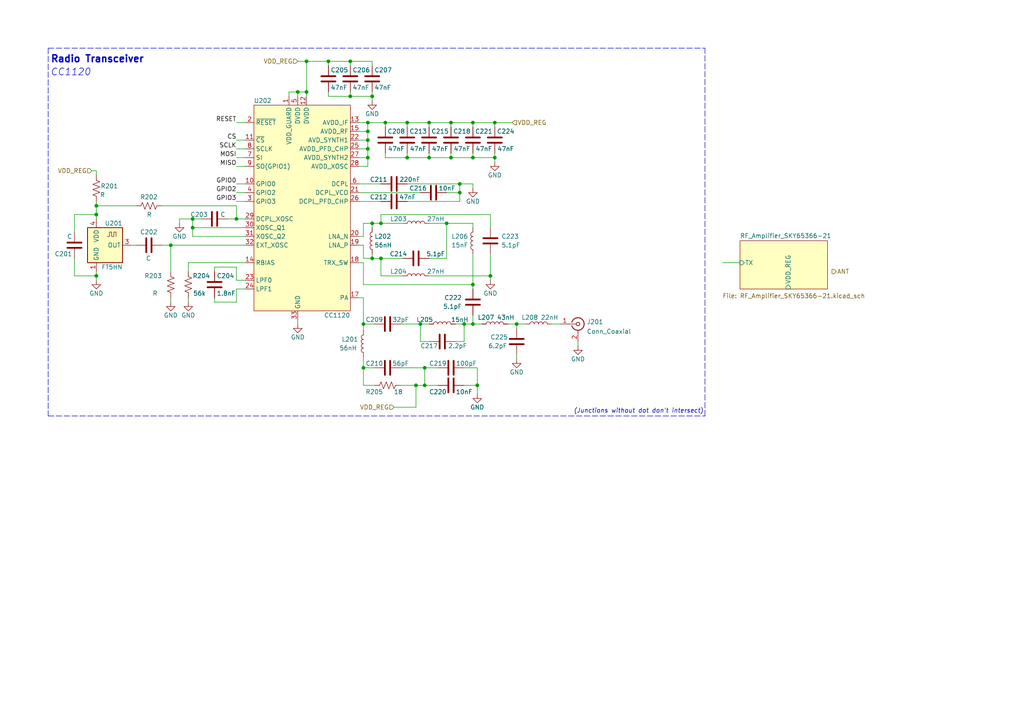
<source format=kicad_sch>
(kicad_sch (version 20211123) (generator eeschema)

  (uuid e6916f61-6e95-4cb1-a52d-5eb885277451)

  (paper "A4")

  (lib_symbols
    (symbol "Connector:Conn_Coaxial" (pin_names (offset 1.016) hide) (in_bom yes) (on_board yes)
      (property "Reference" "J" (id 0) (at 0.254 3.048 0)
        (effects (font (size 1.27 1.27)))
      )
      (property "Value" "Conn_Coaxial" (id 1) (at 2.921 0 90)
        (effects (font (size 1.27 1.27)))
      )
      (property "Footprint" "" (id 2) (at 0 0 0)
        (effects (font (size 1.27 1.27)) hide)
      )
      (property "Datasheet" " ~" (id 3) (at 0 0 0)
        (effects (font (size 1.27 1.27)) hide)
      )
      (property "ki_keywords" "BNC SMA SMB SMC LEMO coaxial connector CINCH RCA" (id 4) (at 0 0 0)
        (effects (font (size 1.27 1.27)) hide)
      )
      (property "ki_description" "coaxial connector (BNC, SMA, SMB, SMC, Cinch/RCA, LEMO, ...)" (id 5) (at 0 0 0)
        (effects (font (size 1.27 1.27)) hide)
      )
      (property "ki_fp_filters" "*BNC* *SMA* *SMB* *SMC* *Cinch* *LEMO*" (id 6) (at 0 0 0)
        (effects (font (size 1.27 1.27)) hide)
      )
      (symbol "Conn_Coaxial_0_1"
        (arc (start -1.778 -0.508) (mid 0.222 -1.808) (end 1.778 0)
          (stroke (width 0.254) (type default) (color 0 0 0 0))
          (fill (type none))
        )
        (polyline
          (pts
            (xy -2.54 0)
            (xy -0.508 0)
          )
          (stroke (width 0) (type default) (color 0 0 0 0))
          (fill (type none))
        )
        (polyline
          (pts
            (xy 0 -2.54)
            (xy 0 -1.778)
          )
          (stroke (width 0) (type default) (color 0 0 0 0))
          (fill (type none))
        )
        (circle (center 0 0) (radius 0.508)
          (stroke (width 0.2032) (type default) (color 0 0 0 0))
          (fill (type none))
        )
        (arc (start 1.778 0) (mid 0.222 1.8083) (end -1.778 0.508)
          (stroke (width 0.254) (type default) (color 0 0 0 0))
          (fill (type none))
        )
      )
      (symbol "Conn_Coaxial_1_1"
        (pin passive line (at -5.08 0 0) (length 2.54)
          (name "In" (effects (font (size 1.27 1.27))))
          (number "1" (effects (font (size 1.27 1.27))))
        )
        (pin passive line (at 0 -5.08 90) (length 2.54)
          (name "Ext" (effects (font (size 1.27 1.27))))
          (number "2" (effects (font (size 1.27 1.27))))
        )
      )
    )
    (symbol "Device:C" (pin_numbers hide) (pin_names (offset 0.254)) (in_bom yes) (on_board yes)
      (property "Reference" "C" (id 0) (at 0.635 2.54 0)
        (effects (font (size 1.27 1.27)) (justify left))
      )
      (property "Value" "C" (id 1) (at 0.635 -2.54 0)
        (effects (font (size 1.27 1.27)) (justify left))
      )
      (property "Footprint" "" (id 2) (at 0.9652 -3.81 0)
        (effects (font (size 1.27 1.27)) hide)
      )
      (property "Datasheet" "~" (id 3) (at 0 0 0)
        (effects (font (size 1.27 1.27)) hide)
      )
      (property "ki_keywords" "cap capacitor" (id 4) (at 0 0 0)
        (effects (font (size 1.27 1.27)) hide)
      )
      (property "ki_description" "Unpolarized capacitor" (id 5) (at 0 0 0)
        (effects (font (size 1.27 1.27)) hide)
      )
      (property "ki_fp_filters" "C_*" (id 6) (at 0 0 0)
        (effects (font (size 1.27 1.27)) hide)
      )
      (symbol "C_0_1"
        (polyline
          (pts
            (xy -2.032 -0.762)
            (xy 2.032 -0.762)
          )
          (stroke (width 0.508) (type default) (color 0 0 0 0))
          (fill (type none))
        )
        (polyline
          (pts
            (xy -2.032 0.762)
            (xy 2.032 0.762)
          )
          (stroke (width 0.508) (type default) (color 0 0 0 0))
          (fill (type none))
        )
      )
      (symbol "C_1_1"
        (pin passive line (at 0 3.81 270) (length 2.794)
          (name "~" (effects (font (size 1.27 1.27))))
          (number "1" (effects (font (size 1.27 1.27))))
        )
        (pin passive line (at 0 -3.81 90) (length 2.794)
          (name "~" (effects (font (size 1.27 1.27))))
          (number "2" (effects (font (size 1.27 1.27))))
        )
      )
    )
    (symbol "Device:L" (pin_numbers hide) (pin_names (offset 1.016) hide) (in_bom yes) (on_board yes)
      (property "Reference" "L" (id 0) (at -1.27 0 90)
        (effects (font (size 1.27 1.27)))
      )
      (property "Value" "L" (id 1) (at 1.905 0 90)
        (effects (font (size 1.27 1.27)))
      )
      (property "Footprint" "" (id 2) (at 0 0 0)
        (effects (font (size 1.27 1.27)) hide)
      )
      (property "Datasheet" "~" (id 3) (at 0 0 0)
        (effects (font (size 1.27 1.27)) hide)
      )
      (property "ki_keywords" "inductor choke coil reactor magnetic" (id 4) (at 0 0 0)
        (effects (font (size 1.27 1.27)) hide)
      )
      (property "ki_description" "Inductor" (id 5) (at 0 0 0)
        (effects (font (size 1.27 1.27)) hide)
      )
      (property "ki_fp_filters" "Choke_* *Coil* Inductor_* L_*" (id 6) (at 0 0 0)
        (effects (font (size 1.27 1.27)) hide)
      )
      (symbol "L_0_1"
        (arc (start 0 -2.54) (mid 0.635 -1.905) (end 0 -1.27)
          (stroke (width 0) (type default) (color 0 0 0 0))
          (fill (type none))
        )
        (arc (start 0 -1.27) (mid 0.635 -0.635) (end 0 0)
          (stroke (width 0) (type default) (color 0 0 0 0))
          (fill (type none))
        )
        (arc (start 0 0) (mid 0.635 0.635) (end 0 1.27)
          (stroke (width 0) (type default) (color 0 0 0 0))
          (fill (type none))
        )
        (arc (start 0 1.27) (mid 0.635 1.905) (end 0 2.54)
          (stroke (width 0) (type default) (color 0 0 0 0))
          (fill (type none))
        )
      )
      (symbol "L_1_1"
        (pin passive line (at 0 3.81 270) (length 1.27)
          (name "1" (effects (font (size 1.27 1.27))))
          (number "1" (effects (font (size 1.27 1.27))))
        )
        (pin passive line (at 0 -3.81 90) (length 1.27)
          (name "2" (effects (font (size 1.27 1.27))))
          (number "2" (effects (font (size 1.27 1.27))))
        )
      )
    )
    (symbol "Device:R_US" (pin_numbers hide) (pin_names (offset 0)) (in_bom yes) (on_board yes)
      (property "Reference" "R" (id 0) (at 2.54 0 90)
        (effects (font (size 1.27 1.27)))
      )
      (property "Value" "R_US" (id 1) (at -2.54 0 90)
        (effects (font (size 1.27 1.27)))
      )
      (property "Footprint" "" (id 2) (at 1.016 -0.254 90)
        (effects (font (size 1.27 1.27)) hide)
      )
      (property "Datasheet" "~" (id 3) (at 0 0 0)
        (effects (font (size 1.27 1.27)) hide)
      )
      (property "ki_keywords" "R res resistor" (id 4) (at 0 0 0)
        (effects (font (size 1.27 1.27)) hide)
      )
      (property "ki_description" "Resistor, US symbol" (id 5) (at 0 0 0)
        (effects (font (size 1.27 1.27)) hide)
      )
      (property "ki_fp_filters" "R_*" (id 6) (at 0 0 0)
        (effects (font (size 1.27 1.27)) hide)
      )
      (symbol "R_US_0_1"
        (polyline
          (pts
            (xy 0 -2.286)
            (xy 0 -2.54)
          )
          (stroke (width 0) (type default) (color 0 0 0 0))
          (fill (type none))
        )
        (polyline
          (pts
            (xy 0 2.286)
            (xy 0 2.54)
          )
          (stroke (width 0) (type default) (color 0 0 0 0))
          (fill (type none))
        )
        (polyline
          (pts
            (xy 0 -0.762)
            (xy 1.016 -1.143)
            (xy 0 -1.524)
            (xy -1.016 -1.905)
            (xy 0 -2.286)
          )
          (stroke (width 0) (type default) (color 0 0 0 0))
          (fill (type none))
        )
        (polyline
          (pts
            (xy 0 0.762)
            (xy 1.016 0.381)
            (xy 0 0)
            (xy -1.016 -0.381)
            (xy 0 -0.762)
          )
          (stroke (width 0) (type default) (color 0 0 0 0))
          (fill (type none))
        )
        (polyline
          (pts
            (xy 0 2.286)
            (xy 1.016 1.905)
            (xy 0 1.524)
            (xy -1.016 1.143)
            (xy 0 0.762)
          )
          (stroke (width 0) (type default) (color 0 0 0 0))
          (fill (type none))
        )
      )
      (symbol "R_US_1_1"
        (pin passive line (at 0 3.81 270) (length 1.27)
          (name "~" (effects (font (size 1.27 1.27))))
          (number "1" (effects (font (size 1.27 1.27))))
        )
        (pin passive line (at 0 -3.81 90) (length 1.27)
          (name "~" (effects (font (size 1.27 1.27))))
          (number "2" (effects (font (size 1.27 1.27))))
        )
      )
    )
    (symbol "Oscillator:FT5HN" (in_bom yes) (on_board yes)
      (property "Reference" "U" (id 0) (at 1.27 11.43 0)
        (effects (font (size 1.27 1.27)))
      )
      (property "Value" "FT5HN" (id 1) (at 2.54 8.89 0)
        (effects (font (size 1.27 1.27)))
      )
      (property "Footprint" "Oscillator:Oscillator_SMD_Fox_FT5H_5.0x3.2mm" (id 2) (at 0 -16.51 0)
        (effects (font (size 1.27 1.27)) hide)
      )
      (property "Datasheet" "https://foxonline.com/wp-content/uploads/pdfs/T5HN_T5HV.pdf" (id 3) (at 1.27 -19.05 0)
        (effects (font (size 1.27 1.27)) hide)
      )
      (property "ki_keywords" "TXCO" (id 4) (at 0 0 0)
        (effects (font (size 1.27 1.27)) hide)
      )
      (property "ki_description" "HCMOS temperature compensated oscillator" (id 5) (at 0 0 0)
        (effects (font (size 1.27 1.27)) hide)
      )
      (property "ki_fp_filters" "Oscillator*SMD*Fox*FT5H*5.0x3.2mm*" (id 6) (at 0 0 0)
        (effects (font (size 1.27 1.27)) hide)
      )
      (symbol "FT5HN_0_1"
        (rectangle (start -5.08 5.08) (end 5.08 -5.08)
          (stroke (width 0.254) (type default) (color 0 0 0 0))
          (fill (type background))
        )
        (polyline
          (pts
            (xy 0.635 2.54)
            (xy 1.27 2.54)
            (xy 1.27 3.81)
            (xy 1.905 3.81)
            (xy 1.905 2.54)
            (xy 2.54 2.54)
            (xy 2.54 3.81)
            (xy 3.175 3.81)
            (xy 3.175 2.54)
          )
          (stroke (width 0) (type default) (color 0 0 0 0))
          (fill (type none))
        )
      )
      (symbol "FT5HN_1_1"
        (pin power_in line (at -2.54 -7.62 90) (length 2.54)
          (name "GND" (effects (font (size 1.27 1.27))))
          (number "1" (effects (font (size 1.27 1.27))))
        )
        (pin passive line (at -2.54 -7.62 90) (length 2.54) hide
          (name "GND" (effects (font (size 1.27 1.27))))
          (number "2" (effects (font (size 1.27 1.27))))
        )
        (pin output line (at 7.62 0 180) (length 2.54)
          (name "OUT" (effects (font (size 1.27 1.27))))
          (number "3" (effects (font (size 1.27 1.27))))
        )
        (pin power_in line (at -2.54 7.62 270) (length 2.54)
          (name "VDD" (effects (font (size 1.27 1.27))))
          (number "4" (effects (font (size 1.27 1.27))))
        )
      )
    )
    (symbol "RF_Transceivers_Texas:CC1120" (in_bom yes) (on_board yes)
      (property "Reference" "U" (id 0) (at -12.7 29.21 0)
        (effects (font (size 1.27 1.27)))
      )
      (property "Value" "CC1120" (id 1) (at 11.43 -33.02 0)
        (effects (font (size 1.27 1.27)))
      )
      (property "Footprint" "Package_DFN_QFN:VQFN-32-1EP_5x5mm_P0.5mm_EP3.5x3.5mm_ThermalVias" (id 2) (at 0 -41.91 0)
        (effects (font (size 1.27 1.27)) hide)
      )
      (property "Datasheet" "https://www.ti.com/lit/ds/symlink/cc1120.pdf" (id 3) (at 0 -39.37 0)
        (effects (font (size 1.27 1.27)) hide)
      )
      (property "ki_keywords" "Narrowband RF Transceiver RF TX" (id 4) (at 0 0 0)
        (effects (font (size 1.27 1.27)) hide)
      )
      (property "ki_description" "High-Performance Narrowband RF Transceiver" (id 5) (at 0 0 0)
        (effects (font (size 1.27 1.27)) hide)
      )
      (symbol "CC1120_0_0"
        (pin power_in line (at -2.54 30.48 270) (length 2.54)
          (name "VDD_GUARD" (effects (font (size 1.27 1.27))))
          (number "1" (effects (font (size 1.27 1.27))))
        )
        (pin input line (at -15.24 5.08 0) (length 2.54)
          (name "GPIO0" (effects (font (size 1.27 1.27))))
          (number "10" (effects (font (size 1.27 1.27))))
        )
        (pin input line (at -15.24 17.78 0) (length 2.54)
          (name "~{CS}" (effects (font (size 1.27 1.27))))
          (number "11" (effects (font (size 1.27 1.27))))
        )
        (pin power_in line (at 2.54 30.48 270) (length 2.54)
          (name "DVDD" (effects (font (size 1.27 1.27))))
          (number "12" (effects (font (size 1.27 1.27))))
        )
        (pin power_in line (at 17.78 22.86 180) (length 2.54)
          (name "AVDD_IF" (effects (font (size 1.27 1.27))))
          (number "13" (effects (font (size 1.27 1.27))))
        )
        (pin input line (at -15.24 -17.78 0) (length 2.54)
          (name "RBIAS" (effects (font (size 1.27 1.27))))
          (number "14" (effects (font (size 1.27 1.27))))
        )
        (pin power_in line (at 17.78 20.32 180) (length 2.54)
          (name "AVDD_RF" (effects (font (size 1.27 1.27))))
          (number "15" (effects (font (size 1.27 1.27))))
        )
        (pin no_connect line (at 17.78 -25.4 180) (length 2.54) hide
          (name "N.C." (effects (font (size 1.27 1.27))))
          (number "16" (effects (font (size 1.27 1.27))))
        )
        (pin output line (at 17.78 -27.94 180) (length 2.54)
          (name "PA" (effects (font (size 1.27 1.27))))
          (number "17" (effects (font (size 1.27 1.27))))
        )
        (pin input line (at 17.78 -17.78 180) (length 2.54)
          (name "TRX_SW" (effects (font (size 1.27 1.27))))
          (number "18" (effects (font (size 1.27 1.27))))
        )
        (pin input line (at 17.78 -12.7 180) (length 2.54)
          (name "LNA_P" (effects (font (size 1.27 1.27))))
          (number "19" (effects (font (size 1.27 1.27))))
        )
        (pin input line (at -15.24 22.86 0) (length 2.54)
          (name "~{RESET}" (effects (font (size 1.27 1.27))))
          (number "2" (effects (font (size 1.27 1.27))))
        )
        (pin tri_state line (at 17.78 -10.16 180) (length 2.54)
          (name "LNA_N" (effects (font (size 1.27 1.27))))
          (number "20" (effects (font (size 1.27 1.27))))
        )
        (pin power_in line (at 17.78 2.54 180) (length 2.54)
          (name "DCPL_VCO" (effects (font (size 1.27 1.27))))
          (number "21" (effects (font (size 1.27 1.27))))
        )
        (pin power_in line (at 17.78 17.78 180) (length 2.54)
          (name "AVD_SYNTH1" (effects (font (size 1.27 1.27))))
          (number "22" (effects (font (size 1.27 1.27))))
        )
        (pin power_in line (at -15.24 -22.86 0) (length 2.54)
          (name "LPF0" (effects (font (size 1.27 1.27))))
          (number "23" (effects (font (size 1.27 1.27))))
        )
        (pin power_in line (at -15.24 -25.4 0) (length 2.54)
          (name "LPF1" (effects (font (size 1.27 1.27))))
          (number "24" (effects (font (size 1.27 1.27))))
        )
        (pin power_in line (at 17.78 15.24 180) (length 2.54)
          (name "AVDD_PFD_CHP" (effects (font (size 1.27 1.27))))
          (number "25" (effects (font (size 1.27 1.27))))
        )
        (pin power_in line (at 17.78 0 180) (length 2.54)
          (name "DCPL_PFD_CHP" (effects (font (size 1.27 1.27))))
          (number "26" (effects (font (size 1.27 1.27))))
        )
        (pin power_in line (at 17.78 12.7 180) (length 2.54)
          (name "AVDD_SYNTH2" (effects (font (size 1.27 1.27))))
          (number "27" (effects (font (size 1.27 1.27))))
        )
        (pin power_in line (at 17.78 10.16 180) (length 2.54)
          (name "AVDD_XOSC" (effects (font (size 1.27 1.27))))
          (number "28" (effects (font (size 1.27 1.27))))
        )
        (pin power_in line (at -15.24 -5.08 0) (length 2.54)
          (name "DCPL_XOSC" (effects (font (size 1.27 1.27))))
          (number "29" (effects (font (size 1.27 1.27))))
        )
        (pin bidirectional line (at -15.24 0 0) (length 2.54)
          (name "GPIO3" (effects (font (size 1.27 1.27))))
          (number "3" (effects (font (size 1.27 1.27))))
        )
        (pin bidirectional line (at -15.24 -7.62 0) (length 2.54)
          (name "XOSC_Q1" (effects (font (size 1.27 1.27))))
          (number "30" (effects (font (size 1.27 1.27))))
        )
        (pin bidirectional line (at -15.24 -10.16 0) (length 2.54)
          (name "XOSC_Q2" (effects (font (size 1.27 1.27))))
          (number "31" (effects (font (size 1.27 1.27))))
        )
        (pin input line (at -15.24 -12.7 0) (length 2.54)
          (name "EXT_XOSC" (effects (font (size 1.27 1.27))))
          (number "32" (effects (font (size 1.27 1.27))))
        )
        (pin power_in line (at 0 -34.29 90) (length 2.54)
          (name "GND" (effects (font (size 1.27 1.27))))
          (number "33" (effects (font (size 1.27 1.27))))
        )
        (pin bidirectional line (at -15.24 2.54 0) (length 2.54)
          (name "GPIO2" (effects (font (size 1.27 1.27))))
          (number "4" (effects (font (size 1.27 1.27))))
        )
        (pin power_in line (at 0 30.48 270) (length 2.54)
          (name "DVDD" (effects (font (size 1.27 1.27))))
          (number "5" (effects (font (size 1.27 1.27))))
        )
        (pin power_in line (at 17.78 5.08 180) (length 2.54)
          (name "DCPL" (effects (font (size 1.27 1.27))))
          (number "6" (effects (font (size 1.27 1.27))))
        )
        (pin input line (at -15.24 12.7 0) (length 2.54)
          (name "SI" (effects (font (size 1.27 1.27))))
          (number "7" (effects (font (size 1.27 1.27))))
        )
        (pin input line (at -15.24 15.24 0) (length 2.54)
          (name "SCLK" (effects (font (size 1.27 1.27))))
          (number "8" (effects (font (size 1.27 1.27))))
        )
        (pin input line (at -15.24 10.16 0) (length 2.54)
          (name "SO(GPIO1)" (effects (font (size 1.27 1.27))))
          (number "9" (effects (font (size 1.27 1.27))))
        )
      )
      (symbol "CC1120_0_1"
        (rectangle (start -12.7 27.94) (end 15.24 -31.75)
          (stroke (width 0) (type default) (color 0 0 0 0))
          (fill (type background))
        )
      )
    )
    (symbol "power:GND" (power) (pin_names (offset 0)) (in_bom yes) (on_board yes)
      (property "Reference" "#PWR" (id 0) (at 0 -6.35 0)
        (effects (font (size 1.27 1.27)) hide)
      )
      (property "Value" "GND" (id 1) (at 0 -3.81 0)
        (effects (font (size 1.27 1.27)))
      )
      (property "Footprint" "" (id 2) (at 0 0 0)
        (effects (font (size 1.27 1.27)) hide)
      )
      (property "Datasheet" "" (id 3) (at 0 0 0)
        (effects (font (size 1.27 1.27)) hide)
      )
      (property "ki_keywords" "power-flag" (id 4) (at 0 0 0)
        (effects (font (size 1.27 1.27)) hide)
      )
      (property "ki_description" "Power symbol creates a global label with name \"GND\" , ground" (id 5) (at 0 0 0)
        (effects (font (size 1.27 1.27)) hide)
      )
      (symbol "GND_0_1"
        (polyline
          (pts
            (xy 0 0)
            (xy 0 -1.27)
            (xy 1.27 -1.27)
            (xy 0 -2.54)
            (xy -1.27 -1.27)
            (xy 0 -1.27)
          )
          (stroke (width 0) (type default) (color 0 0 0 0))
          (fill (type none))
        )
      )
      (symbol "GND_1_1"
        (pin power_in line (at 0 0 270) (length 0) hide
          (name "GND" (effects (font (size 1.27 1.27))))
          (number "1" (effects (font (size 1.27 1.27))))
        )
      )
    )
  )

  (junction (at 143.51 45.72) (diameter 0) (color 0 0 0 0)
    (uuid 0581d6fa-69df-4cc6-b630-7607bf88545e)
  )
  (junction (at 123.19 106.68) (diameter 0) (color 0 0 0 0)
    (uuid 06381998-5c13-4ffb-8113-de9aa98d870e)
  )
  (junction (at 130.81 35.56) (diameter 0) (color 0 0 0 0)
    (uuid 0682430e-7541-4163-96ec-0faf1c548fe6)
  )
  (junction (at 105.41 93.98) (diameter 0) (color 0 0 0 0)
    (uuid 0b40ae36-ea4f-4a39-9ec1-aa58d8d6213f)
  )
  (junction (at 121.92 93.98) (diameter 0) (color 0 0 0 0)
    (uuid 12300adb-f833-4be8-9bc0-6178578362c3)
  )
  (junction (at 120.65 111.76) (diameter 0) (color 0 0 0 0)
    (uuid 22de5c72-6213-429a-aedd-c60f427cc9e0)
  )
  (junction (at 107.95 64.77) (diameter 0) (color 0 0 0 0)
    (uuid 29cf27bb-31bb-4c04-ae56-687af21eaeec)
  )
  (junction (at 101.6 17.78) (diameter 0) (color 0 0 0 0)
    (uuid 39389d17-7a86-43a2-b2d3-58f70ffd4998)
  )
  (junction (at 133.35 53.34) (diameter 0) (color 0 0 0 0)
    (uuid 3f7049f7-3983-415f-946c-4dd9f0cb2e3c)
  )
  (junction (at 106.68 45.72) (diameter 0) (color 0 0 0 0)
    (uuid 417da625-8528-4471-8f84-cde098f4b588)
  )
  (junction (at 137.16 45.72) (diameter 0) (color 0 0 0 0)
    (uuid 41e424f1-9cb7-47c8-aa72-e49c8f9c1f15)
  )
  (junction (at 129.54 64.77) (diameter 0) (color 0 0 0 0)
    (uuid 494ee344-755e-44c5-95aa-e0471a074406)
  )
  (junction (at 88.9 26.67) (diameter 0) (color 0 0 0 0)
    (uuid 4ff65a24-a111-4613-bdc6-548eb21c055e)
  )
  (junction (at 95.25 17.78) (diameter 0) (color 0 0 0 0)
    (uuid 563db0b1-2f7f-49cf-8ed2-f2f3764d9ffd)
  )
  (junction (at 27.94 59.69) (diameter 0) (color 0 0 0 0)
    (uuid 5fddd726-9150-43b9-b4f3-3564f10f485c)
  )
  (junction (at 101.6 27.94) (diameter 0) (color 0 0 0 0)
    (uuid 66878485-49d7-4fb5-a5d8-4811a6d33233)
  )
  (junction (at 107.95 27.94) (diameter 0) (color 0 0 0 0)
    (uuid 67b75c83-c8c6-44f9-abad-e85fbad67f95)
  )
  (junction (at 142.24 80.01) (diameter 0) (color 0 0 0 0)
    (uuid 689a440e-af31-4418-98f2-678d3b5400f4)
  )
  (junction (at 27.94 62.23) (diameter 0) (color 0 0 0 0)
    (uuid 6913b0a1-bbb8-461d-83d5-20135614dfb4)
  )
  (junction (at 118.11 45.72) (diameter 0) (color 0 0 0 0)
    (uuid 6946c067-a39b-4aa7-9b19-255d7829cdd8)
  )
  (junction (at 137.16 35.56) (diameter 0) (color 0 0 0 0)
    (uuid 71bf0e2b-cf07-4240-bb71-838462cc3268)
  )
  (junction (at 111.76 35.56) (diameter 0) (color 0 0 0 0)
    (uuid 74cb5718-83af-40fc-a0bb-64d64a6b37a3)
  )
  (junction (at 55.88 63.5) (diameter 0) (color 0 0 0 0)
    (uuid 7662ee88-246e-4621-8edf-104728de755d)
  )
  (junction (at 68.58 63.5) (diameter 0) (color 0 0 0 0)
    (uuid 797ca886-6b7b-48c3-9d9e-e7a6c682d6d7)
  )
  (junction (at 138.43 111.76) (diameter 0) (color 0 0 0 0)
    (uuid 7a58903e-82a5-4f56-b6c8-b54fbe8e6b44)
  )
  (junction (at 123.19 111.76) (diameter 0) (color 0 0 0 0)
    (uuid 7bdfdc47-c050-4493-8f20-18daec5f9264)
  )
  (junction (at 149.86 93.98) (diameter 0) (color 0 0 0 0)
    (uuid 7d176755-24cc-4f92-807b-3d6b99458ae7)
  )
  (junction (at 118.11 35.56) (diameter 0) (color 0 0 0 0)
    (uuid 7e5b6814-bbba-4d65-900e-1af818ee2963)
  )
  (junction (at 137.16 82.55) (diameter 0) (color 0 0 0 0)
    (uuid 7f6de755-ac03-4575-b93a-b12b61f7bc89)
  )
  (junction (at 124.46 45.72) (diameter 0) (color 0 0 0 0)
    (uuid 8825e21c-fbdc-420c-a763-45ef3d99535f)
  )
  (junction (at 105.41 106.68) (diameter 0) (color 0 0 0 0)
    (uuid 8fc85c60-476b-4cfa-8f99-86c06a85dbf1)
  )
  (junction (at 143.51 35.56) (diameter 0) (color 0 0 0 0)
    (uuid 924115e9-fe99-4ee7-8e8c-adba4d2e59d4)
  )
  (junction (at 107.95 74.93) (diameter 0) (color 0 0 0 0)
    (uuid 95427141-4e0e-4a12-9743-8e795982ec8c)
  )
  (junction (at 133.35 55.88) (diameter 0) (color 0 0 0 0)
    (uuid 95f92b4c-1ea7-4db6-88ac-e0dd2796f97f)
  )
  (junction (at 27.94 80.01) (diameter 0) (color 0 0 0 0)
    (uuid a0931c47-8909-4026-b994-0ac99a919026)
  )
  (junction (at 130.81 45.72) (diameter 0) (color 0 0 0 0)
    (uuid aa443a39-6274-47a5-b66c-316549f98eab)
  )
  (junction (at 110.49 64.77) (diameter 0) (color 0 0 0 0)
    (uuid b6291d24-f9f7-49ca-b5c4-3cfa77aa5cfc)
  )
  (junction (at 55.88 66.04) (diameter 0) (color 0 0 0 0)
    (uuid b69b14f7-bdfe-4548-94f1-136a2d4f6cac)
  )
  (junction (at 86.36 26.67) (diameter 0) (color 0 0 0 0)
    (uuid bbc57ce1-045e-46aa-959a-3be97fa85923)
  )
  (junction (at 124.46 35.56) (diameter 0) (color 0 0 0 0)
    (uuid c250be5c-ab8a-41c1-9aa5-8ff5cafb0bcc)
  )
  (junction (at 106.68 43.18) (diameter 0) (color 0 0 0 0)
    (uuid c35b6f9e-0333-473a-8791-743f249adf7f)
  )
  (junction (at 134.62 93.98) (diameter 0) (color 0 0 0 0)
    (uuid c6c6aff0-6701-4225-b092-41ca6c58d1db)
  )
  (junction (at 106.68 40.64) (diameter 0) (color 0 0 0 0)
    (uuid c707a886-959d-4f93-a027-941e20cf1d36)
  )
  (junction (at 110.49 74.93) (diameter 0) (color 0 0 0 0)
    (uuid cecfef04-f3eb-4161-b5db-2813cec1914a)
  )
  (junction (at 88.9 17.78) (diameter 0) (color 0 0 0 0)
    (uuid d3f84998-de39-4fb4-881b-3fba33f13f55)
  )
  (junction (at 106.68 38.1) (diameter 0) (color 0 0 0 0)
    (uuid ded14966-fe9e-43f3-a4ef-29f0bb649a2b)
  )
  (junction (at 137.16 93.98) (diameter 0) (color 0 0 0 0)
    (uuid deed39f9-ece1-467f-b59b-a568c7efba9a)
  )
  (junction (at 106.68 35.56) (diameter 0) (color 0 0 0 0)
    (uuid f602930c-6b9a-4269-bc6d-6e2897ae6661)
  )
  (junction (at 49.53 71.12) (diameter 0) (color 0 0 0 0)
    (uuid ff0fe10c-451d-45f7-a1d9-f3b1e52a8de4)
  )

  (wire (pts (xy 149.86 93.98) (xy 152.4 93.98))
    (stroke (width 0) (type default) (color 0 0 0 0))
    (uuid 004a7b71-3380-4f80-b511-f9ac73123883)
  )
  (wire (pts (xy 71.12 63.5) (xy 68.58 63.5))
    (stroke (width 0) (type default) (color 0 0 0 0))
    (uuid 041dfee0-f0bf-4ef1-900e-ad0a04d20cd2)
  )
  (wire (pts (xy 111.76 44.45) (xy 111.76 45.72))
    (stroke (width 0) (type default) (color 0 0 0 0))
    (uuid 0792d5d1-453c-44d6-b131-d865626b7f93)
  )
  (wire (pts (xy 104.14 40.64) (xy 106.68 40.64))
    (stroke (width 0) (type default) (color 0 0 0 0))
    (uuid 07935225-9584-4807-a756-7b425c0c0c0a)
  )
  (wire (pts (xy 55.88 68.58) (xy 71.12 68.58))
    (stroke (width 0) (type default) (color 0 0 0 0))
    (uuid 08dbbd35-10a9-4042-ae0b-b2c6c94238a2)
  )
  (wire (pts (xy 138.43 111.76) (xy 138.43 114.3))
    (stroke (width 0) (type default) (color 0 0 0 0))
    (uuid 0953df23-14b2-400b-81c4-326396c91e51)
  )
  (wire (pts (xy 110.49 62.23) (xy 110.49 64.77))
    (stroke (width 0) (type default) (color 0 0 0 0))
    (uuid 0fcb83ac-5094-4ee0-acad-cc74f8ea5bcd)
  )
  (wire (pts (xy 101.6 17.78) (xy 95.25 17.78))
    (stroke (width 0) (type default) (color 0 0 0 0))
    (uuid 0fd90ad1-0329-446d-be99-0b42f87d5696)
  )
  (wire (pts (xy 68.58 43.18) (xy 71.12 43.18))
    (stroke (width 0) (type default) (color 0 0 0 0))
    (uuid 11c1fea8-578c-401a-a9a9-b6cc249779a2)
  )
  (wire (pts (xy 106.68 40.64) (xy 106.68 43.18))
    (stroke (width 0) (type default) (color 0 0 0 0))
    (uuid 14bbfaed-314c-423c-8c69-e82f1ee319de)
  )
  (wire (pts (xy 116.205 111.76) (xy 120.65 111.76))
    (stroke (width 0) (type default) (color 0 0 0 0))
    (uuid 157425ba-05a8-42ee-bced-549d0c079bce)
  )
  (wire (pts (xy 68.58 81.28) (xy 68.58 77.47))
    (stroke (width 0) (type default) (color 0 0 0 0))
    (uuid 158466e1-9950-485f-91fc-c69887a99f77)
  )
  (wire (pts (xy 62.23 87.63) (xy 68.58 87.63))
    (stroke (width 0) (type default) (color 0 0 0 0))
    (uuid 16c3efef-23d5-40f4-8b0e-81df58b75437)
  )
  (wire (pts (xy 121.92 99.06) (xy 124.46 99.06))
    (stroke (width 0) (type default) (color 0 0 0 0))
    (uuid 17e36dc2-d853-41ff-89c6-a7cd9bc6687b)
  )
  (wire (pts (xy 68.58 53.34) (xy 71.12 53.34))
    (stroke (width 0) (type default) (color 0 0 0 0))
    (uuid 18dc8cc3-522d-490d-8b88-17f2b95d9a71)
  )
  (wire (pts (xy 21.59 62.23) (xy 27.94 62.23))
    (stroke (width 0) (type default) (color 0 0 0 0))
    (uuid 194a832d-51c0-46fd-9d0e-f1756badec9a)
  )
  (wire (pts (xy 49.53 87.63) (xy 49.53 86.36))
    (stroke (width 0) (type default) (color 0 0 0 0))
    (uuid 19cf0b78-d05c-4c53-b804-27f45e3cfead)
  )
  (wire (pts (xy 54.61 76.2) (xy 71.12 76.2))
    (stroke (width 0) (type default) (color 0 0 0 0))
    (uuid 1a3c2d34-1da9-44af-aa9e-4821f5f27906)
  )
  (wire (pts (xy 108.585 111.76) (xy 105.41 111.76))
    (stroke (width 0) (type default) (color 0 0 0 0))
    (uuid 1c48291d-5e5e-47a3-841f-bee19210acb4)
  )
  (wire (pts (xy 55.88 66.04) (xy 71.12 66.04))
    (stroke (width 0) (type default) (color 0 0 0 0))
    (uuid 1f94b94f-2b1d-46de-bea5-f6903a0e764f)
  )
  (wire (pts (xy 21.59 80.01) (xy 27.94 80.01))
    (stroke (width 0) (type default) (color 0 0 0 0))
    (uuid 1fe2d81f-c036-464f-b50b-7f51f13b2b81)
  )
  (wire (pts (xy 104.14 68.58) (xy 105.41 68.58))
    (stroke (width 0) (type default) (color 0 0 0 0))
    (uuid 1fe53766-08fa-4cd4-91cb-e7a5efc44b38)
  )
  (wire (pts (xy 107.95 64.77) (xy 107.95 66.04))
    (stroke (width 0) (type default) (color 0 0 0 0))
    (uuid 23302dbd-4176-4496-bf7e-72eba39664ba)
  )
  (wire (pts (xy 134.62 111.76) (xy 138.43 111.76))
    (stroke (width 0) (type default) (color 0 0 0 0))
    (uuid 24187ba5-e66f-437e-a7f2-f9b3113082a3)
  )
  (wire (pts (xy 21.59 74.93) (xy 21.59 80.01))
    (stroke (width 0) (type default) (color 0 0 0 0))
    (uuid 250581c8-8867-45a0-8670-88073a7554e9)
  )
  (wire (pts (xy 104.14 38.1) (xy 106.68 38.1))
    (stroke (width 0) (type default) (color 0 0 0 0))
    (uuid 261d04c5-96c6-4804-9b06-1399b58913ef)
  )
  (polyline (pts (xy 13.97 13.97) (xy 204.47 13.97))
    (stroke (width 0) (type default) (color 0 0 0 0))
    (uuid 27dfe4ff-ce65-4cb0-904d-9f27b5a06518)
  )

  (wire (pts (xy 143.51 45.72) (xy 143.51 46.99))
    (stroke (width 0) (type default) (color 0 0 0 0))
    (uuid 27f7ec4a-232f-4692-a5a9-d05e2dc816eb)
  )
  (wire (pts (xy 86.36 26.67) (xy 86.36 27.94))
    (stroke (width 0) (type default) (color 0 0 0 0))
    (uuid 29e173fb-1dea-4254-8e60-f19d1ebb0542)
  )
  (wire (pts (xy 118.11 58.42) (xy 133.35 58.42))
    (stroke (width 0) (type default) (color 0 0 0 0))
    (uuid 2a558214-46c2-4b1e-8621-35c2de075ccb)
  )
  (wire (pts (xy 118.11 53.34) (xy 133.35 53.34))
    (stroke (width 0) (type default) (color 0 0 0 0))
    (uuid 2b59531d-0287-46ac-8fcd-74ab8edf193a)
  )
  (wire (pts (xy 137.16 93.98) (xy 134.62 93.98))
    (stroke (width 0) (type default) (color 0 0 0 0))
    (uuid 2ec15582-01fa-4563-890b-6aa8cd7dc38c)
  )
  (wire (pts (xy 27.94 49.53) (xy 27.94 50.8))
    (stroke (width 0) (type default) (color 0 0 0 0))
    (uuid 302a4332-f2ac-4a21-9091-cdf29378ed0c)
  )
  (wire (pts (xy 27.94 80.01) (xy 27.94 78.74))
    (stroke (width 0) (type default) (color 0 0 0 0))
    (uuid 3194f91f-9b45-4c05-a3b2-8b30873ab011)
  )
  (wire (pts (xy 107.95 73.66) (xy 107.95 74.93))
    (stroke (width 0) (type default) (color 0 0 0 0))
    (uuid 35505cd1-268f-481f-85f0-30ceec7d1b02)
  )
  (wire (pts (xy 160.02 93.98) (xy 162.56 93.98))
    (stroke (width 0) (type default) (color 0 0 0 0))
    (uuid 35f23e63-6571-42ff-bc64-9775dc63a54c)
  )
  (wire (pts (xy 107.95 19.05) (xy 107.95 17.78))
    (stroke (width 0) (type default) (color 0 0 0 0))
    (uuid 36ad5908-70b7-4f28-97d6-9fd29c1c49fd)
  )
  (wire (pts (xy 123.19 106.68) (xy 123.19 111.76))
    (stroke (width 0) (type default) (color 0 0 0 0))
    (uuid 3a3936df-fc62-4506-8e81-e655c11a5f81)
  )
  (wire (pts (xy 130.81 36.83) (xy 130.81 35.56))
    (stroke (width 0) (type default) (color 0 0 0 0))
    (uuid 3b8d85fa-5a8d-4f9f-9c9d-d8642956e0a8)
  )
  (wire (pts (xy 105.41 82.55) (xy 105.41 76.2))
    (stroke (width 0) (type default) (color 0 0 0 0))
    (uuid 3d6518ac-eec4-4657-bf01-b0ee1f970c0d)
  )
  (wire (pts (xy 118.11 36.83) (xy 118.11 35.56))
    (stroke (width 0) (type default) (color 0 0 0 0))
    (uuid 3f205b70-4339-4ad0-a2d9-05cdbb60f963)
  )
  (wire (pts (xy 107.95 27.94) (xy 107.95 29.21))
    (stroke (width 0) (type default) (color 0 0 0 0))
    (uuid 4030ca28-6cc7-4c70-919e-a12ccfe022a7)
  )
  (wire (pts (xy 137.16 45.72) (xy 137.16 44.45))
    (stroke (width 0) (type default) (color 0 0 0 0))
    (uuid 4131112b-a753-410f-878a-0100b1251862)
  )
  (wire (pts (xy 62.23 77.47) (xy 62.23 78.74))
    (stroke (width 0) (type default) (color 0 0 0 0))
    (uuid 472ab642-7013-427d-b60e-a837c9131245)
  )
  (wire (pts (xy 134.62 93.98) (xy 134.62 99.06))
    (stroke (width 0) (type default) (color 0 0 0 0))
    (uuid 493fb9d0-50fb-4eef-a63b-6487f9545510)
  )
  (wire (pts (xy 83.82 27.94) (xy 83.82 26.67))
    (stroke (width 0) (type default) (color 0 0 0 0))
    (uuid 49d16e5e-bf84-43a1-a1ec-f29156a52f55)
  )
  (wire (pts (xy 129.54 74.93) (xy 129.54 64.77))
    (stroke (width 0) (type default) (color 0 0 0 0))
    (uuid 4a14b98f-b84d-4583-b65f-e3e646b8e83b)
  )
  (wire (pts (xy 124.46 80.01) (xy 142.24 80.01))
    (stroke (width 0) (type default) (color 0 0 0 0))
    (uuid 4b4fab0e-08f0-4f4f-b2b3-7fe5befedec6)
  )
  (wire (pts (xy 68.58 87.63) (xy 68.58 83.82))
    (stroke (width 0) (type default) (color 0 0 0 0))
    (uuid 4cb880cc-4ad2-4b5d-9097-43fd61671a9f)
  )
  (wire (pts (xy 137.16 73.66) (xy 137.16 82.55))
    (stroke (width 0) (type default) (color 0 0 0 0))
    (uuid 4dea1263-b15b-48b1-9aee-b4f38c2b4f3b)
  )
  (wire (pts (xy 106.68 45.72) (xy 104.14 45.72))
    (stroke (width 0) (type default) (color 0 0 0 0))
    (uuid 4df4cea0-a986-4031-add5-7a77005c2c0a)
  )
  (wire (pts (xy 105.41 106.68) (xy 108.585 106.68))
    (stroke (width 0) (type default) (color 0 0 0 0))
    (uuid 51223964-801d-4b83-8627-f5be39aed328)
  )
  (wire (pts (xy 143.51 35.56) (xy 148.59 35.56))
    (stroke (width 0) (type default) (color 0 0 0 0))
    (uuid 5125c3a9-e84e-46f5-8bf6-1ce6c7d8162b)
  )
  (wire (pts (xy 26.67 49.53) (xy 27.94 49.53))
    (stroke (width 0) (type default) (color 0 0 0 0))
    (uuid 544fe12b-9466-4c9b-9d5e-17e9546590fe)
  )
  (wire (pts (xy 138.43 106.68) (xy 138.43 111.76))
    (stroke (width 0) (type default) (color 0 0 0 0))
    (uuid 54d1d76a-0693-4505-a4ce-0eb3f90b3f68)
  )
  (wire (pts (xy 27.94 59.69) (xy 39.37 59.69))
    (stroke (width 0) (type default) (color 0 0 0 0))
    (uuid 563f35fc-bc21-4613-a047-3199a4ccf89d)
  )
  (wire (pts (xy 130.81 45.72) (xy 137.16 45.72))
    (stroke (width 0) (type default) (color 0 0 0 0))
    (uuid 570ec668-6b47-48a3-a2a3-1cb426f3d91c)
  )
  (wire (pts (xy 107.95 27.94) (xy 101.6 27.94))
    (stroke (width 0) (type default) (color 0 0 0 0))
    (uuid 57f1b782-0493-4c16-a68a-9d422db80108)
  )
  (wire (pts (xy 52.07 63.5) (xy 52.07 64.77))
    (stroke (width 0) (type default) (color 0 0 0 0))
    (uuid 5870bad8-b958-4d97-a1c9-75d1f919c9e3)
  )
  (wire (pts (xy 68.58 77.47) (xy 62.23 77.47))
    (stroke (width 0) (type default) (color 0 0 0 0))
    (uuid 59421bc3-7dfc-4e52-afbc-7f48962f5a97)
  )
  (wire (pts (xy 83.82 26.67) (xy 86.36 26.67))
    (stroke (width 0) (type default) (color 0 0 0 0))
    (uuid 5aae690d-81cf-4fd9-85ee-69c097808d6d)
  )
  (wire (pts (xy 143.51 45.72) (xy 143.51 44.45))
    (stroke (width 0) (type default) (color 0 0 0 0))
    (uuid 5be2d2fe-0e39-40e3-b9dd-acfd10123948)
  )
  (wire (pts (xy 121.92 93.98) (xy 121.92 99.06))
    (stroke (width 0) (type default) (color 0 0 0 0))
    (uuid 5ca8b64b-a95b-4e1c-b89b-604c8210ee78)
  )
  (wire (pts (xy 68.58 55.88) (xy 71.12 55.88))
    (stroke (width 0) (type default) (color 0 0 0 0))
    (uuid 5cf7ff27-ec30-4669-a14e-f570c3e16697)
  )
  (wire (pts (xy 105.41 95.885) (xy 105.41 93.98))
    (stroke (width 0) (type default) (color 0 0 0 0))
    (uuid 5d7040ca-4733-4218-861a-605b2e9cf17a)
  )
  (wire (pts (xy 88.9 26.67) (xy 88.9 17.78))
    (stroke (width 0) (type default) (color 0 0 0 0))
    (uuid 5e786e31-b575-40a3-80bb-dc736dae3937)
  )
  (wire (pts (xy 86.36 17.78) (xy 88.9 17.78))
    (stroke (width 0) (type default) (color 0 0 0 0))
    (uuid 5f9f6507-fec1-43c2-bd03-db49ce3165d2)
  )
  (wire (pts (xy 27.94 80.01) (xy 27.94 81.28))
    (stroke (width 0) (type default) (color 0 0 0 0))
    (uuid 60d81bc9-efd1-4dae-8bed-39354f95bfd4)
  )
  (wire (pts (xy 104.14 58.42) (xy 110.49 58.42))
    (stroke (width 0) (type default) (color 0 0 0 0))
    (uuid 60e1fdf0-65ec-4fb4-b1e4-134e8d29f748)
  )
  (wire (pts (xy 111.76 45.72) (xy 118.11 45.72))
    (stroke (width 0) (type default) (color 0 0 0 0))
    (uuid 61c8cbce-3b18-4f71-9a11-5d692cb7e05d)
  )
  (wire (pts (xy 121.92 93.98) (xy 124.46 93.98))
    (stroke (width 0) (type default) (color 0 0 0 0))
    (uuid 64d76e7b-0b31-4102-9353-b45c6b51c807)
  )
  (wire (pts (xy 110.49 74.93) (xy 116.84 74.93))
    (stroke (width 0) (type default) (color 0 0 0 0))
    (uuid 67546cef-8bcb-4240-9ba5-f9ed579aa442)
  )
  (wire (pts (xy 54.61 78.74) (xy 54.61 76.2))
    (stroke (width 0) (type default) (color 0 0 0 0))
    (uuid 6765da32-9749-46c8-932a-882f1c4d453c)
  )
  (wire (pts (xy 123.19 111.76) (xy 127 111.76))
    (stroke (width 0) (type default) (color 0 0 0 0))
    (uuid 68488b26-20e2-45fd-8b16-30b91a957e4f)
  )
  (wire (pts (xy 116.205 106.68) (xy 123.19 106.68))
    (stroke (width 0) (type default) (color 0 0 0 0))
    (uuid 695d7f48-acf1-4394-a774-4c9f8c46d00f)
  )
  (wire (pts (xy 118.11 45.72) (xy 124.46 45.72))
    (stroke (width 0) (type default) (color 0 0 0 0))
    (uuid 6baec8df-d6b3-4c3c-a3ce-c99e7762f753)
  )
  (wire (pts (xy 110.49 64.77) (xy 116.84 64.77))
    (stroke (width 0) (type default) (color 0 0 0 0))
    (uuid 6c262090-9701-42d8-ac0f-b12846a13a7e)
  )
  (wire (pts (xy 116.205 93.98) (xy 121.92 93.98))
    (stroke (width 0) (type default) (color 0 0 0 0))
    (uuid 6c80b68c-c2e2-43d1-90c7-d0ac0077b165)
  )
  (wire (pts (xy 110.49 80.01) (xy 116.84 80.01))
    (stroke (width 0) (type default) (color 0 0 0 0))
    (uuid 6cea878b-43d9-4c5a-9756-78bfd2decf0f)
  )
  (wire (pts (xy 124.46 45.72) (xy 130.81 45.72))
    (stroke (width 0) (type default) (color 0 0 0 0))
    (uuid 6f6a190d-940c-4b95-af5d-fc59e1ca23c5)
  )
  (wire (pts (xy 27.94 62.23) (xy 27.94 63.5))
    (stroke (width 0) (type default) (color 0 0 0 0))
    (uuid 7128aa64-6fe4-4f45-a49c-3c5db20212c9)
  )
  (wire (pts (xy 118.11 35.56) (xy 124.46 35.56))
    (stroke (width 0) (type default) (color 0 0 0 0))
    (uuid 7350cdfc-e9a5-469d-97d9-88b796a200a3)
  )
  (wire (pts (xy 105.41 68.58) (xy 105.41 64.77))
    (stroke (width 0) (type default) (color 0 0 0 0))
    (uuid 73e7a347-5297-45c0-ad2b-494379c1a372)
  )
  (wire (pts (xy 107.95 26.67) (xy 107.95 27.94))
    (stroke (width 0) (type default) (color 0 0 0 0))
    (uuid 74309403-2342-4f23-a4ed-6250c84cb724)
  )
  (wire (pts (xy 101.6 17.78) (xy 107.95 17.78))
    (stroke (width 0) (type default) (color 0 0 0 0))
    (uuid 74d18bfc-4451-42b4-9497-f1552a669536)
  )
  (wire (pts (xy 49.53 78.74) (xy 49.53 71.12))
    (stroke (width 0) (type default) (color 0 0 0 0))
    (uuid 75472005-c869-42d5-aa36-b49da5051532)
  )
  (wire (pts (xy 46.99 59.69) (xy 68.58 59.69))
    (stroke (width 0) (type default) (color 0 0 0 0))
    (uuid 75db00f5-9917-4ccf-8b39-c9cd6bfaf74e)
  )
  (wire (pts (xy 143.51 35.56) (xy 143.51 36.83))
    (stroke (width 0) (type default) (color 0 0 0 0))
    (uuid 75df0941-8758-42c0-b67d-66ccb3a4be4c)
  )
  (polyline (pts (xy 204.47 120.65) (xy 204.47 13.97))
    (stroke (width 0) (type default) (color 0 0 0 0))
    (uuid 769a7be2-2b55-46d3-a56c-9dc6f4a665eb)
  )

  (wire (pts (xy 129.54 55.88) (xy 133.35 55.88))
    (stroke (width 0) (type default) (color 0 0 0 0))
    (uuid 7d777a8b-a8b6-4ad7-86ae-76db9602afdf)
  )
  (wire (pts (xy 104.14 53.34) (xy 110.49 53.34))
    (stroke (width 0) (type default) (color 0 0 0 0))
    (uuid 7fab36fb-63fc-4b12-9c01-5cbf9eff9ff7)
  )
  (wire (pts (xy 105.41 64.77) (xy 107.95 64.77))
    (stroke (width 0) (type default) (color 0 0 0 0))
    (uuid 80ca3756-fc04-4885-b10c-4d12c039cdca)
  )
  (wire (pts (xy 107.95 64.77) (xy 110.49 64.77))
    (stroke (width 0) (type default) (color 0 0 0 0))
    (uuid 82d319af-3c90-4a33-b5ee-3e5ac2805258)
  )
  (wire (pts (xy 137.16 82.55) (xy 105.41 82.55))
    (stroke (width 0) (type default) (color 0 0 0 0))
    (uuid 846f4655-90df-4668-acfb-4ee96f5f23a0)
  )
  (wire (pts (xy 21.59 67.31) (xy 21.59 62.23))
    (stroke (width 0) (type default) (color 0 0 0 0))
    (uuid 857226b5-dc04-4f8c-bd25-70f6111b48a1)
  )
  (polyline (pts (xy 13.97 13.97) (xy 13.97 120.65))
    (stroke (width 0) (type default) (color 0 0 0 0))
    (uuid 85de76f8-4014-4b6a-a493-28f122a95659)
  )

  (wire (pts (xy 209.55 76.2) (xy 214.63 76.2))
    (stroke (width 0) (type default) (color 0 0 0 0))
    (uuid 8b9a2615-2daa-4984-8686-171bff5a7278)
  )
  (wire (pts (xy 49.53 71.12) (xy 71.12 71.12))
    (stroke (width 0) (type default) (color 0 0 0 0))
    (uuid 8bf5ed62-aa03-4db8-9893-cbe279ec98eb)
  )
  (wire (pts (xy 124.46 64.77) (xy 129.54 64.77))
    (stroke (width 0) (type default) (color 0 0 0 0))
    (uuid 8c1c9be3-6c13-4c18-b5f9-d47392d4591b)
  )
  (wire (pts (xy 142.24 62.23) (xy 142.24 66.04))
    (stroke (width 0) (type default) (color 0 0 0 0))
    (uuid 8d2eb8ce-6345-410b-bdbb-48678f3249d4)
  )
  (wire (pts (xy 120.65 118.11) (xy 120.65 111.76))
    (stroke (width 0) (type default) (color 0 0 0 0))
    (uuid 90f462ce-784a-4df8-a901-e8b4ffc25dde)
  )
  (wire (pts (xy 111.76 35.56) (xy 118.11 35.56))
    (stroke (width 0) (type default) (color 0 0 0 0))
    (uuid 91434d02-fdf4-435e-b0be-7a186d285823)
  )
  (wire (pts (xy 104.14 43.18) (xy 106.68 43.18))
    (stroke (width 0) (type default) (color 0 0 0 0))
    (uuid 9171d9ff-8cb7-473d-8846-77aa51a5a746)
  )
  (wire (pts (xy 68.58 81.28) (xy 71.12 81.28))
    (stroke (width 0) (type default) (color 0 0 0 0))
    (uuid 91dd05e4-358e-48e3-872d-213abb6b6d65)
  )
  (wire (pts (xy 88.9 17.78) (xy 95.25 17.78))
    (stroke (width 0) (type default) (color 0 0 0 0))
    (uuid 92d3381c-1819-4017-891d-59bb9f49d1f7)
  )
  (wire (pts (xy 68.58 45.72) (xy 71.12 45.72))
    (stroke (width 0) (type default) (color 0 0 0 0))
    (uuid 94d40a42-86c1-43f1-b05a-fe1f0b9caf74)
  )
  (wire (pts (xy 104.14 35.56) (xy 106.68 35.56))
    (stroke (width 0) (type default) (color 0 0 0 0))
    (uuid 966722cd-066c-4d78-9ccd-fe5b79cff8e3)
  )
  (wire (pts (xy 134.62 106.68) (xy 138.43 106.68))
    (stroke (width 0) (type default) (color 0 0 0 0))
    (uuid 96a56e0e-6285-49e3-a1e6-dd33cc17c75c)
  )
  (wire (pts (xy 55.88 63.5) (xy 58.42 63.5))
    (stroke (width 0) (type default) (color 0 0 0 0))
    (uuid 98bbd3b3-4432-452a-99c7-51655c3393c5)
  )
  (wire (pts (xy 137.16 53.34) (xy 133.35 53.34))
    (stroke (width 0) (type default) (color 0 0 0 0))
    (uuid 9b62b74d-2f71-46df-a333-1a5abff64ef3)
  )
  (wire (pts (xy 68.58 58.42) (xy 71.12 58.42))
    (stroke (width 0) (type default) (color 0 0 0 0))
    (uuid 9ed406a4-3617-4b2a-88e8-4153c86ad1e6)
  )
  (wire (pts (xy 124.46 45.72) (xy 124.46 44.45))
    (stroke (width 0) (type default) (color 0 0 0 0))
    (uuid a0c99e39-4810-4b15-b0d4-e3cc0ce5c9f3)
  )
  (wire (pts (xy 104.14 55.88) (xy 121.92 55.88))
    (stroke (width 0) (type default) (color 0 0 0 0))
    (uuid a153bfef-222d-44b2-9d09-39abc972e2f7)
  )
  (wire (pts (xy 105.41 103.505) (xy 105.41 106.68))
    (stroke (width 0) (type default) (color 0 0 0 0))
    (uuid a3511f62-6280-45e3-bc26-4abb091a5957)
  )
  (wire (pts (xy 68.58 35.56) (xy 71.12 35.56))
    (stroke (width 0) (type default) (color 0 0 0 0))
    (uuid a5b93b42-d798-4e5b-9c4f-677878137208)
  )
  (wire (pts (xy 142.24 80.01) (xy 142.24 81.28))
    (stroke (width 0) (type default) (color 0 0 0 0))
    (uuid ac08a857-8d5d-4a9b-ba6f-00f64bfdc488)
  )
  (wire (pts (xy 118.11 45.72) (xy 118.11 44.45))
    (stroke (width 0) (type default) (color 0 0 0 0))
    (uuid ad6b1ab6-94b4-48b5-9e57-32417770fa32)
  )
  (wire (pts (xy 101.6 26.67) (xy 101.6 27.94))
    (stroke (width 0) (type default) (color 0 0 0 0))
    (uuid addc66f1-7ed3-4322-93ed-c3b9a5fda0c7)
  )
  (wire (pts (xy 137.16 91.44) (xy 137.16 93.98))
    (stroke (width 0) (type default) (color 0 0 0 0))
    (uuid ae1ee262-27f0-4813-b647-32f2f121057e)
  )
  (wire (pts (xy 54.61 86.36) (xy 54.61 87.63))
    (stroke (width 0) (type default) (color 0 0 0 0))
    (uuid b017c5e4-8f04-4e55-9e52-d4579f741a06)
  )
  (wire (pts (xy 137.16 93.98) (xy 139.7 93.98))
    (stroke (width 0) (type default) (color 0 0 0 0))
    (uuid b289fc83-e259-4076-8452-431d807cc0ee)
  )
  (wire (pts (xy 101.6 19.05) (xy 101.6 17.78))
    (stroke (width 0) (type default) (color 0 0 0 0))
    (uuid b3768b4f-91ce-486e-80bb-e69696e40be5)
  )
  (wire (pts (xy 137.16 35.56) (xy 143.51 35.56))
    (stroke (width 0) (type default) (color 0 0 0 0))
    (uuid b3f38ed7-a50e-4758-8ce3-69de4bdd62f4)
  )
  (wire (pts (xy 95.25 27.94) (xy 101.6 27.94))
    (stroke (width 0) (type default) (color 0 0 0 0))
    (uuid b43f7422-db9d-4f02-bd21-6c833c6d300c)
  )
  (wire (pts (xy 104.14 48.26) (xy 106.68 48.26))
    (stroke (width 0) (type default) (color 0 0 0 0))
    (uuid b49103f8-e1c5-472a-92c4-4ce22424c377)
  )
  (wire (pts (xy 149.86 95.25) (xy 149.86 93.98))
    (stroke (width 0) (type default) (color 0 0 0 0))
    (uuid b4fa2993-e74f-40ea-b35d-de12a5286aa8)
  )
  (wire (pts (xy 106.68 35.56) (xy 111.76 35.56))
    (stroke (width 0) (type default) (color 0 0 0 0))
    (uuid b59a31be-40de-40d7-8b52-f2945a7b8b8d)
  )
  (wire (pts (xy 133.35 53.34) (xy 133.35 55.88))
    (stroke (width 0) (type default) (color 0 0 0 0))
    (uuid b65058a7-b16c-4c8c-a35d-12acd82a793d)
  )
  (wire (pts (xy 130.81 35.56) (xy 137.16 35.56))
    (stroke (width 0) (type default) (color 0 0 0 0))
    (uuid b7badddf-c90c-4a45-bc43-ed5187d0d952)
  )
  (wire (pts (xy 147.32 93.98) (xy 149.86 93.98))
    (stroke (width 0) (type default) (color 0 0 0 0))
    (uuid bb4f9d18-df83-42ce-a737-af4fb464c986)
  )
  (wire (pts (xy 137.16 83.82) (xy 137.16 82.55))
    (stroke (width 0) (type default) (color 0 0 0 0))
    (uuid bce82b2a-ff3a-4db4-9ef5-db779c042300)
  )
  (wire (pts (xy 132.08 93.98) (xy 134.62 93.98))
    (stroke (width 0) (type default) (color 0 0 0 0))
    (uuid be5eae61-6739-4c61-9bf7-b6311db5da96)
  )
  (wire (pts (xy 110.49 74.93) (xy 110.49 80.01))
    (stroke (width 0) (type default) (color 0 0 0 0))
    (uuid c169c375-f335-42d1-83ff-22ff619dc1e5)
  )
  (wire (pts (xy 38.1 71.12) (xy 39.37 71.12))
    (stroke (width 0) (type default) (color 0 0 0 0))
    (uuid c19ba744-d5d7-4ecd-b820-255f6b73913c)
  )
  (wire (pts (xy 46.99 71.12) (xy 49.53 71.12))
    (stroke (width 0) (type default) (color 0 0 0 0))
    (uuid c1a50ec0-a65b-496a-a3c5-8c997d42504f)
  )
  (wire (pts (xy 95.25 17.78) (xy 95.25 19.05))
    (stroke (width 0) (type default) (color 0 0 0 0))
    (uuid c1aed92a-07d0-45e1-8cd0-6d629cf4e41c)
  )
  (wire (pts (xy 105.41 111.76) (xy 105.41 106.68))
    (stroke (width 0) (type default) (color 0 0 0 0))
    (uuid c2585a67-f17b-450c-97d0-dfaf8be823cb)
  )
  (wire (pts (xy 130.81 45.72) (xy 130.81 44.45))
    (stroke (width 0) (type default) (color 0 0 0 0))
    (uuid c3f7345f-31ad-48e8-8e0b-3eae54aa3d18)
  )
  (polyline (pts (xy 13.97 120.65) (xy 204.47 120.65))
    (stroke (width 0) (type default) (color 0 0 0 0))
    (uuid c4f3781d-7c1f-41da-a01d-d4b77abbd7ff)
  )

  (wire (pts (xy 142.24 73.66) (xy 142.24 80.01))
    (stroke (width 0) (type default) (color 0 0 0 0))
    (uuid c7293357-eba1-466d-8c4f-155ffb002155)
  )
  (wire (pts (xy 86.36 93.98) (xy 86.36 92.71))
    (stroke (width 0) (type default) (color 0 0 0 0))
    (uuid c805e94c-89c4-41a3-8768-237dd6915a7f)
  )
  (wire (pts (xy 124.46 74.93) (xy 129.54 74.93))
    (stroke (width 0) (type default) (color 0 0 0 0))
    (uuid ca5c4e6c-54a7-4957-a448-e0b3241753aa)
  )
  (wire (pts (xy 68.58 63.5) (xy 68.58 59.69))
    (stroke (width 0) (type default) (color 0 0 0 0))
    (uuid cc9cb70b-0290-4dc0-81d8-1a4672d0abe5)
  )
  (wire (pts (xy 124.46 36.83) (xy 124.46 35.56))
    (stroke (width 0) (type default) (color 0 0 0 0))
    (uuid d037bd8e-c7a0-4200-874f-6e8e9babd7e0)
  )
  (wire (pts (xy 95.25 26.67) (xy 95.25 27.94))
    (stroke (width 0) (type default) (color 0 0 0 0))
    (uuid d2f45af1-d6bc-4e3c-ab20-ac76feab5eae)
  )
  (wire (pts (xy 52.07 63.5) (xy 55.88 63.5))
    (stroke (width 0) (type default) (color 0 0 0 0))
    (uuid d407e7ed-1a80-4421-be2a-99dfd81eb135)
  )
  (wire (pts (xy 114.3 118.11) (xy 120.65 118.11))
    (stroke (width 0) (type default) (color 0 0 0 0))
    (uuid d4492c08-5bd3-4bd2-a2a2-4a7cb5b8b90f)
  )
  (wire (pts (xy 106.68 35.56) (xy 106.68 38.1))
    (stroke (width 0) (type default) (color 0 0 0 0))
    (uuid d5410209-2331-4856-a3d3-5099c878e2b2)
  )
  (wire (pts (xy 107.95 74.93) (xy 110.49 74.93))
    (stroke (width 0) (type default) (color 0 0 0 0))
    (uuid d83f6979-a30b-44ff-9b40-49a19a866e96)
  )
  (wire (pts (xy 134.62 99.06) (xy 132.08 99.06))
    (stroke (width 0) (type default) (color 0 0 0 0))
    (uuid d8f5ec40-a08c-4331-8402-998bf53bf656)
  )
  (wire (pts (xy 105.41 76.2) (xy 104.14 76.2))
    (stroke (width 0) (type default) (color 0 0 0 0))
    (uuid d9741c31-0d94-44b8-aec2-9aac52f00639)
  )
  (wire (pts (xy 137.16 66.04) (xy 137.16 64.77))
    (stroke (width 0) (type default) (color 0 0 0 0))
    (uuid de06893c-5bb4-4ede-ae62-a26276e4135a)
  )
  (wire (pts (xy 120.65 111.76) (xy 123.19 111.76))
    (stroke (width 0) (type default) (color 0 0 0 0))
    (uuid de5650d2-a482-4afb-9de9-5d77680f9d71)
  )
  (wire (pts (xy 110.49 62.23) (xy 142.24 62.23))
    (stroke (width 0) (type default) (color 0 0 0 0))
    (uuid de66acf0-ec4b-4991-90dd-32ab0881cedc)
  )
  (wire (pts (xy 111.76 36.83) (xy 111.76 35.56))
    (stroke (width 0) (type default) (color 0 0 0 0))
    (uuid e07a887a-a755-431c-a8d8-a888cf4773b4)
  )
  (wire (pts (xy 123.19 106.68) (xy 127 106.68))
    (stroke (width 0) (type default) (color 0 0 0 0))
    (uuid e1c61d7b-fa2a-4c4c-a6db-9e231469d026)
  )
  (wire (pts (xy 104.14 71.12) (xy 105.41 71.12))
    (stroke (width 0) (type default) (color 0 0 0 0))
    (uuid e24fcd8f-83f7-4821-b825-895b9e9a998b)
  )
  (wire (pts (xy 68.58 48.26) (xy 71.12 48.26))
    (stroke (width 0) (type default) (color 0 0 0 0))
    (uuid e29fae9e-a735-4cff-baca-ca3e32b2c7e3)
  )
  (wire (pts (xy 105.41 86.36) (xy 105.41 93.98))
    (stroke (width 0) (type default) (color 0 0 0 0))
    (uuid e30cfbb2-d905-4450-84fb-895a9281c1de)
  )
  (wire (pts (xy 149.86 102.87) (xy 149.86 104.14))
    (stroke (width 0) (type default) (color 0 0 0 0))
    (uuid e387c20d-f241-4813-947e-88daff572f18)
  )
  (wire (pts (xy 137.16 35.56) (xy 137.16 36.83))
    (stroke (width 0) (type default) (color 0 0 0 0))
    (uuid e3fb6b9b-736d-470f-b1b1-301e9b28a2ba)
  )
  (wire (pts (xy 106.68 38.1) (xy 106.68 40.64))
    (stroke (width 0) (type default) (color 0 0 0 0))
    (uuid e56fe334-d177-4ff8-8e66-c48d1f221c6c)
  )
  (wire (pts (xy 88.9 27.94) (xy 88.9 26.67))
    (stroke (width 0) (type default) (color 0 0 0 0))
    (uuid e5749623-e0b2-4fb8-bbf8-c22c08ec1fc9)
  )
  (wire (pts (xy 133.35 55.88) (xy 133.35 58.42))
    (stroke (width 0) (type default) (color 0 0 0 0))
    (uuid e61ac311-5c36-4c15-909c-0156a1f355a3)
  )
  (wire (pts (xy 68.58 83.82) (xy 71.12 83.82))
    (stroke (width 0) (type default) (color 0 0 0 0))
    (uuid e6fcd008-51b1-4221-bd63-eab0051aedcd)
  )
  (wire (pts (xy 104.14 86.36) (xy 105.41 86.36))
    (stroke (width 0) (type default) (color 0 0 0 0))
    (uuid e7605d87-7a46-481c-96d5-d744c8d3dac5)
  )
  (wire (pts (xy 106.68 48.26) (xy 106.68 45.72))
    (stroke (width 0) (type default) (color 0 0 0 0))
    (uuid ea6b8302-6cdd-4139-aacf-769a5734aaa9)
  )
  (wire (pts (xy 167.64 100.33) (xy 167.64 99.06))
    (stroke (width 0) (type default) (color 0 0 0 0))
    (uuid ebf04b37-46b1-4f90-b6c9-e15d847228ef)
  )
  (wire (pts (xy 106.68 43.18) (xy 106.68 45.72))
    (stroke (width 0) (type default) (color 0 0 0 0))
    (uuid ec815309-9065-45a3-b1ba-72bd20deb446)
  )
  (wire (pts (xy 68.58 40.64) (xy 71.12 40.64))
    (stroke (width 0) (type default) (color 0 0 0 0))
    (uuid edb7ecad-1fc6-40ac-ad32-6838fc766bc4)
  )
  (wire (pts (xy 55.88 63.5) (xy 55.88 66.04))
    (stroke (width 0) (type default) (color 0 0 0 0))
    (uuid ef5ded3c-c032-4b64-b1bb-5db728cc3afc)
  )
  (wire (pts (xy 129.54 64.77) (xy 137.16 64.77))
    (stroke (width 0) (type default) (color 0 0 0 0))
    (uuid ef8aaa74-01cb-4a52-99ae-9520cf6a1b40)
  )
  (wire (pts (xy 68.58 63.5) (xy 66.04 63.5))
    (stroke (width 0) (type default) (color 0 0 0 0))
    (uuid f21bb68f-99f9-474c-8dfa-8612b997e8e6)
  )
  (wire (pts (xy 27.94 58.42) (xy 27.94 59.69))
    (stroke (width 0) (type default) (color 0 0 0 0))
    (uuid f271df2f-3e51-466b-b6ed-cb272aa097c2)
  )
  (wire (pts (xy 88.9 26.67) (xy 86.36 26.67))
    (stroke (width 0) (type default) (color 0 0 0 0))
    (uuid f2fa2563-1381-4c7c-b1fa-70f8053d1487)
  )
  (wire (pts (xy 105.41 71.12) (xy 105.41 74.93))
    (stroke (width 0) (type default) (color 0 0 0 0))
    (uuid f36bd747-c505-43cb-9ab1-ac8e4c3add91)
  )
  (wire (pts (xy 137.16 53.34) (xy 137.16 54.61))
    (stroke (width 0) (type default) (color 0 0 0 0))
    (uuid f61a8b5c-6169-49ec-a952-50975f57b7bd)
  )
  (wire (pts (xy 62.23 86.36) (xy 62.23 87.63))
    (stroke (width 0) (type default) (color 0 0 0 0))
    (uuid f6cde57f-a7c8-40b3-b06c-ce931a00b3e5)
  )
  (wire (pts (xy 137.16 45.72) (xy 143.51 45.72))
    (stroke (width 0) (type default) (color 0 0 0 0))
    (uuid f71ca0db-f7d9-41e1-8b80-ed311e3cb651)
  )
  (wire (pts (xy 55.88 66.04) (xy 55.88 68.58))
    (stroke (width 0) (type default) (color 0 0 0 0))
    (uuid f7e111b2-14cd-426a-bd8f-d4d5be39bef2)
  )
  (wire (pts (xy 27.94 59.69) (xy 27.94 62.23))
    (stroke (width 0) (type default) (color 0 0 0 0))
    (uuid f82f8753-92ec-4d7d-bd82-a9c226207e9a)
  )
  (wire (pts (xy 105.41 74.93) (xy 107.95 74.93))
    (stroke (width 0) (type default) (color 0 0 0 0))
    (uuid f8bd3daa-c340-46ee-9ff8-c992ebbf7ebf)
  )
  (wire (pts (xy 124.46 35.56) (xy 130.81 35.56))
    (stroke (width 0) (type default) (color 0 0 0 0))
    (uuid fc3e6816-4a0e-49c3-a1a2-90a3eae9c762)
  )
  (wire (pts (xy 105.41 93.98) (xy 108.585 93.98))
    (stroke (width 0) (type default) (color 0 0 0 0))
    (uuid ffa496f5-96fb-4b6d-83e2-eafae4d8a084)
  )

  (text "(Junctions without dot don't intersect)" (at 166.37 120.015 0)
    (effects (font (size 1.27 1.27) italic) (justify left bottom))
    (uuid 5c5e826a-9da1-4184-b724-20436e32a6ec)
  )
  (text "CC1120" (at 14.605 22.225 0)
    (effects (font (size 2 2) italic) (justify left bottom))
    (uuid a2ad569d-81bb-49d6-9c2c-38afae07e007)
  )
  (text "Radio Transceiver" (at 14.605 18.415 0)
    (effects (font (size 2 2) (thickness 0.4) bold) (justify left bottom))
    (uuid a8c8f1a6-6c48-4f03-9c5c-40a04fdd4444)
  )

  (label "CS" (at 68.58 40.64 180)
    (effects (font (size 1.27 1.27)) (justify right bottom))
    (uuid 147450ed-197c-4f73-8489-074ceb1e8f16)
  )
  (label "MOSI" (at 68.58 45.72 180)
    (effects (font (size 1.27 1.27)) (justify right bottom))
    (uuid 1a3c65a5-f4c5-4925-90cb-5656569d59d1)
  )
  (label "SCLK" (at 68.58 43.18 180)
    (effects (font (size 1.27 1.27)) (justify right bottom))
    (uuid 370e3e44-8acb-4ecd-ba97-f201e4914429)
  )
  (label "MISO" (at 68.58 48.26 180)
    (effects (font (size 1.27 1.27)) (justify right bottom))
    (uuid 47098bca-9681-463f-b4a3-27feed226705)
  )
  (label "RESET" (at 68.58 35.56 180)
    (effects (font (size 1.27 1.27)) (justify right bottom))
    (uuid 4fb1ca74-7f83-4ddf-8be2-e3bb23815a27)
  )
  (label "GPIO0" (at 68.58 53.34 180)
    (effects (font (size 1.27 1.27)) (justify right bottom))
    (uuid b70dcb0d-7f31-4bf7-8782-7d95b5dc38d7)
  )
  (label "GPIO2" (at 68.58 55.88 180)
    (effects (font (size 1.27 1.27)) (justify right bottom))
    (uuid bf52949b-4be6-461d-9dac-a30df5572cd6)
  )
  (label "GPIO3" (at 68.58 58.42 180)
    (effects (font (size 1.27 1.27)) (justify right bottom))
    (uuid db95033c-3c11-4ce8-aa28-0b0b06651894)
  )

  (hierarchical_label "VDD_REG" (shape input) (at 86.36 17.78 180)
    (effects (font (size 1.27 1.27)) (justify right))
    (uuid 3d8653d9-5e52-4049-ac17-c47193fa26f5)
  )
  (hierarchical_label "VDD_REG" (shape input) (at 148.59 35.56 0)
    (effects (font (size 1.27 1.27)) (justify left))
    (uuid 49e809d2-239c-49e3-9af6-1b1cecfdc62d)
  )
  (hierarchical_label "VDD_REG" (shape input) (at 114.3 118.11 180)
    (effects (font (size 1.27 1.27)) (justify right))
    (uuid 6a54f8d6-8f76-4486-a2a0-a7a667c6391f)
  )
  (hierarchical_label "ANT" (shape output) (at 241.3 78.74 0)
    (effects (font (size 1.27 1.27)) (justify left))
    (uuid d34db450-dab5-4c4c-b62b-6bc64b19c0e2)
  )
  (hierarchical_label "VDD_REG" (shape input) (at 26.67 49.53 180)
    (effects (font (size 1.27 1.27)) (justify right))
    (uuid d891fba7-09ec-49c8-b9bc-1e213b061ec0)
  )

  (symbol (lib_id "power:GND") (at 137.16 54.61 0) (unit 1)
    (in_bom yes) (on_board yes)
    (uuid 033a227c-2f40-4104-969c-39e5718a5a33)
    (property "Reference" "#PWR0207" (id 0) (at 137.16 60.96 0)
      (effects (font (size 1.27 1.27)) hide)
    )
    (property "Value" "GND" (id 1) (at 137.16 58.42 0))
    (property "Footprint" "" (id 2) (at 137.16 54.61 0)
      (effects (font (size 1.27 1.27)) hide)
    )
    (property "Datasheet" "" (id 3) (at 137.16 54.61 0)
      (effects (font (size 1.27 1.27)) hide)
    )
    (pin "1" (uuid 4e695482-0d09-4347-96bb-1a3fffbc2abb))
  )

  (symbol (lib_id "Device:C") (at 62.23 82.55 0) (unit 1)
    (in_bom yes) (on_board yes)
    (uuid 0a242d3b-c779-4c89-8da6-f6ebfec062a4)
    (property "Reference" "C204" (id 0) (at 62.865 80.01 0)
      (effects (font (size 1.27 1.27)) (justify left))
    )
    (property "Value" "1.8nF" (id 1) (at 62.865 85.09 0)
      (effects (font (size 1.27 1.27)) (justify left))
    )
    (property "Footprint" "" (id 2) (at 63.1952 86.36 0)
      (effects (font (size 1.27 1.27)) hide)
    )
    (property "Datasheet" "~" (id 3) (at 62.23 82.55 0)
      (effects (font (size 1.27 1.27)) hide)
    )
    (pin "1" (uuid 8490d4cd-6b9f-4588-b9f1-67168ca64655))
    (pin "2" (uuid eac03045-37a3-436d-b3b9-693dcc9320f5))
  )

  (symbol (lib_id "power:GND") (at 138.43 114.3 0) (unit 1)
    (in_bom yes) (on_board yes)
    (uuid 0bf2695d-190a-4d55-8ec6-71378b8bafc2)
    (property "Reference" "#PWR0208" (id 0) (at 138.43 120.65 0)
      (effects (font (size 1.27 1.27)) hide)
    )
    (property "Value" "GND" (id 1) (at 138.43 118.11 0))
    (property "Footprint" "" (id 2) (at 138.43 114.3 0)
      (effects (font (size 1.27 1.27)) hide)
    )
    (property "Datasheet" "" (id 3) (at 138.43 114.3 0)
      (effects (font (size 1.27 1.27)) hide)
    )
    (pin "1" (uuid 858aeed7-588f-4a41-b5d0-99f7d754c21a))
  )

  (symbol (lib_id "Device:C") (at 101.6 22.86 0) (unit 1)
    (in_bom yes) (on_board yes)
    (uuid 1587c08e-bea4-4807-b322-93d546670047)
    (property "Reference" "C206" (id 0) (at 102.235 20.32 0)
      (effects (font (size 1.27 1.27)) (justify left))
    )
    (property "Value" "47nF" (id 1) (at 102.235 25.4 0)
      (effects (font (size 1.27 1.27)) (justify left))
    )
    (property "Footprint" "" (id 2) (at 102.5652 26.67 0)
      (effects (font (size 1.27 1.27)) hide)
    )
    (property "Datasheet" "~" (id 3) (at 101.6 22.86 0)
      (effects (font (size 1.27 1.27)) hide)
    )
    (pin "1" (uuid 033b5d8e-a629-4c3a-b195-aa9a6208b5f8))
    (pin "2" (uuid 44d6124a-9767-45f1-bbf3-37ec99781269))
  )

  (symbol (lib_id "power:GND") (at 52.07 64.77 0) (unit 1)
    (in_bom yes) (on_board yes)
    (uuid 16047d26-4c11-4738-ad66-d7965795a5fc)
    (property "Reference" "#PWR0203" (id 0) (at 52.07 71.12 0)
      (effects (font (size 1.27 1.27)) hide)
    )
    (property "Value" "GND" (id 1) (at 52.07 68.58 0))
    (property "Footprint" "" (id 2) (at 52.07 64.77 0)
      (effects (font (size 1.27 1.27)) hide)
    )
    (property "Datasheet" "" (id 3) (at 52.07 64.77 0)
      (effects (font (size 1.27 1.27)) hide)
    )
    (pin "1" (uuid 8a05bd60-66aa-4f11-bb15-577dfecd8c0b))
  )

  (symbol (lib_id "Device:C") (at 142.24 69.85 180) (unit 1)
    (in_bom yes) (on_board yes)
    (uuid 16340276-2fcb-48b8-91fa-d2cdb1e9d945)
    (property "Reference" "C223" (id 0) (at 145.415 68.58 0)
      (effects (font (size 1.27 1.27)) (justify right))
    )
    (property "Value" "5.1pF" (id 1) (at 145.415 71.12 0)
      (effects (font (size 1.27 1.27)) (justify right))
    )
    (property "Footprint" "" (id 2) (at 141.2748 66.04 0)
      (effects (font (size 1.27 1.27)) hide)
    )
    (property "Datasheet" "~" (id 3) (at 142.24 69.85 0)
      (effects (font (size 1.27 1.27)) hide)
    )
    (pin "1" (uuid e61768ad-bc13-40e6-963a-0204b8f41ae5))
    (pin "2" (uuid feb106db-fe20-4bd8-b986-a07c5476cbf2))
  )

  (symbol (lib_id "Device:C") (at 114.3 58.42 90) (unit 1)
    (in_bom yes) (on_board yes)
    (uuid 19b9efff-2534-4e42-a1d6-26683206a7ab)
    (property "Reference" "C212" (id 0) (at 112.395 57.15 90)
      (effects (font (size 1.27 1.27)) (justify left))
    )
    (property "Value" "47nF" (id 1) (at 120.65 57.15 90)
      (effects (font (size 1.27 1.27)) (justify left))
    )
    (property "Footprint" "" (id 2) (at 118.11 57.4548 0)
      (effects (font (size 1.27 1.27)) hide)
    )
    (property "Datasheet" "~" (id 3) (at 114.3 58.42 0)
      (effects (font (size 1.27 1.27)) hide)
    )
    (pin "1" (uuid e58e66dc-fa79-4085-8405-709ba58e7a7f))
    (pin "2" (uuid 06078c9f-aebf-4e39-90c1-62da3723a40d))
  )

  (symbol (lib_id "Device:L") (at 156.21 93.98 90) (unit 1)
    (in_bom yes) (on_board yes)
    (uuid 19decbcb-d8ed-4179-8a61-ab3bc5e75454)
    (property "Reference" "L208" (id 0) (at 153.67 92.075 90))
    (property "Value" "22nH" (id 1) (at 159.385 92.075 90))
    (property "Footprint" "" (id 2) (at 156.21 93.98 0)
      (effects (font (size 1.27 1.27)) hide)
    )
    (property "Datasheet" "~" (id 3) (at 156.21 93.98 0)
      (effects (font (size 1.27 1.27)) hide)
    )
    (pin "1" (uuid 3e3ac923-7c60-414f-aba0-deeba408177f))
    (pin "2" (uuid df886f10-3dcf-40a3-af6c-c102753c1fb1))
  )

  (symbol (lib_id "Device:C") (at 149.86 99.06 0) (unit 1)
    (in_bom yes) (on_board yes)
    (uuid 25a5db31-3052-4f61-b598-0278e1e53643)
    (property "Reference" "C225" (id 0) (at 142.24 97.79 0)
      (effects (font (size 1.27 1.27)) (justify left))
    )
    (property "Value" "6.2pF" (id 1) (at 141.605 100.33 0)
      (effects (font (size 1.27 1.27)) (justify left))
    )
    (property "Footprint" "" (id 2) (at 150.8252 102.87 0)
      (effects (font (size 1.27 1.27)) hide)
    )
    (property "Datasheet" "~" (id 3) (at 149.86 99.06 0)
      (effects (font (size 1.27 1.27)) hide)
    )
    (pin "1" (uuid 0f885a87-629a-4ffb-be84-557ee7ccfc53))
    (pin "2" (uuid 4bb0b799-608a-449d-b098-ad80377b801d))
  )

  (symbol (lib_id "power:GND") (at 142.24 81.28 0) (unit 1)
    (in_bom yes) (on_board yes)
    (uuid 3dd4a9c0-5c9f-497b-b102-816e31001a94)
    (property "Reference" "#PWR0209" (id 0) (at 142.24 87.63 0)
      (effects (font (size 1.27 1.27)) hide)
    )
    (property "Value" "GND" (id 1) (at 142.24 85.09 0))
    (property "Footprint" "" (id 2) (at 142.24 81.28 0)
      (effects (font (size 1.27 1.27)) hide)
    )
    (property "Datasheet" "" (id 3) (at 142.24 81.28 0)
      (effects (font (size 1.27 1.27)) hide)
    )
    (pin "1" (uuid 585d3204-55b5-45e0-aeb3-d2c79553f4b5))
  )

  (symbol (lib_id "Device:C") (at 111.76 40.64 180) (unit 1)
    (in_bom yes) (on_board yes)
    (uuid 4548ad06-89ec-414e-9b78-c711802e8a2a)
    (property "Reference" "C208" (id 0) (at 114.935 38.1 0))
    (property "Value" "47nF" (id 1) (at 114.935 43.18 0))
    (property "Footprint" "" (id 2) (at 110.7948 36.83 0)
      (effects (font (size 1.27 1.27)) hide)
    )
    (property "Datasheet" "~" (id 3) (at 111.76 40.64 0)
      (effects (font (size 1.27 1.27)) hide)
    )
    (pin "1" (uuid df337f26-b843-4c1b-98c2-7aab88c86873))
    (pin "2" (uuid 4c68e72a-d581-4e0d-8019-72189b83a6f6))
  )

  (symbol (lib_id "power:GND") (at 49.53 87.63 0) (unit 1)
    (in_bom yes) (on_board yes)
    (uuid 46ea4a08-f8bd-43ae-9c78-caeea3076e34)
    (property "Reference" "#PWR0202" (id 0) (at 49.53 93.98 0)
      (effects (font (size 1.27 1.27)) hide)
    )
    (property "Value" "GND" (id 1) (at 49.53 91.44 0))
    (property "Footprint" "" (id 2) (at 49.53 87.63 0)
      (effects (font (size 1.27 1.27)) hide)
    )
    (property "Datasheet" "" (id 3) (at 49.53 87.63 0)
      (effects (font (size 1.27 1.27)) hide)
    )
    (pin "1" (uuid 6eeac2e0-caa0-4dd2-a9a0-a2daeda13e00))
  )

  (symbol (lib_id "power:GND") (at 149.86 104.14 0) (unit 1)
    (in_bom yes) (on_board yes)
    (uuid 493593bd-fbe2-4e5c-a5b9-8a76c41e56ab)
    (property "Reference" "#PWR0211" (id 0) (at 149.86 110.49 0)
      (effects (font (size 1.27 1.27)) hide)
    )
    (property "Value" "GND" (id 1) (at 149.86 107.95 0))
    (property "Footprint" "" (id 2) (at 149.86 104.14 0)
      (effects (font (size 1.27 1.27)) hide)
    )
    (property "Datasheet" "" (id 3) (at 149.86 104.14 0)
      (effects (font (size 1.27 1.27)) hide)
    )
    (pin "1" (uuid d3bab1f1-ec79-45df-98ee-ee8e763c2309))
  )

  (symbol (lib_id "Device:R_US") (at 49.53 82.55 0) (unit 1)
    (in_bom yes) (on_board yes)
    (uuid 52ee4ec1-3190-44b1-8b89-ae6e011ed5f0)
    (property "Reference" "R203" (id 0) (at 46.99 80.01 0)
      (effects (font (size 1.27 1.27)) (justify right))
    )
    (property "Value" "R" (id 1) (at 45.72 85.09 0)
      (effects (font (size 1.27 1.27)) (justify right))
    )
    (property "Footprint" "" (id 2) (at 50.546 82.804 90)
      (effects (font (size 1.27 1.27)) hide)
    )
    (property "Datasheet" "~" (id 3) (at 49.53 82.55 0)
      (effects (font (size 1.27 1.27)) hide)
    )
    (pin "1" (uuid 9bf963ec-8acd-486c-9815-e13a68585959))
    (pin "2" (uuid e7bfddc5-ea64-486e-8984-5c6aac2556a3))
  )

  (symbol (lib_id "Device:R_US") (at 112.395 111.76 270) (unit 1)
    (in_bom yes) (on_board yes)
    (uuid 547381d9-07ab-479f-98ad-b3052761f958)
    (property "Reference" "R205" (id 0) (at 111.125 113.665 90)
      (effects (font (size 1.27 1.27)) (justify right))
    )
    (property "Value" "18" (id 1) (at 116.84 113.665 90)
      (effects (font (size 1.27 1.27)) (justify right))
    )
    (property "Footprint" "" (id 2) (at 112.141 112.776 90)
      (effects (font (size 1.27 1.27)) hide)
    )
    (property "Datasheet" "~" (id 3) (at 112.395 111.76 0)
      (effects (font (size 1.27 1.27)) hide)
    )
    (pin "1" (uuid 4b1b1791-026b-4bea-8a28-ee7585532642))
    (pin "2" (uuid 9f1fd0a0-3d9f-4a28-a2ac-6e0a1f72b55a))
  )

  (symbol (lib_id "Device:C") (at 21.59 71.12 180) (unit 1)
    (in_bom yes) (on_board yes)
    (uuid 593fb55f-a64a-46f5-962b-4c6800c619fa)
    (property "Reference" "C201" (id 0) (at 20.955 73.66 0)
      (effects (font (size 1.27 1.27)) (justify left))
    )
    (property "Value" "C" (id 1) (at 20.955 68.58 0)
      (effects (font (size 1.27 1.27)) (justify left))
    )
    (property "Footprint" "" (id 2) (at 20.6248 67.31 0)
      (effects (font (size 1.27 1.27)) hide)
    )
    (property "Datasheet" "~" (id 3) (at 21.59 71.12 0)
      (effects (font (size 1.27 1.27)) hide)
    )
    (pin "1" (uuid 3f1d20da-5bf8-42bf-a501-f3584a12ade6))
    (pin "2" (uuid b696158d-3e58-45e4-ba67-303c3528cdb9))
  )

  (symbol (lib_id "Device:C") (at 128.27 99.06 90) (unit 1)
    (in_bom yes) (on_board yes)
    (uuid 5cc5c1a6-b6ab-4c3e-ad8a-8988ff71b7f8)
    (property "Reference" "C217" (id 0) (at 124.46 100.33 90))
    (property "Value" "2.2pF" (id 1) (at 132.715 100.33 90))
    (property "Footprint" "" (id 2) (at 132.08 98.0948 0)
      (effects (font (size 1.27 1.27)) hide)
    )
    (property "Datasheet" "~" (id 3) (at 128.27 99.06 0)
      (effects (font (size 1.27 1.27)) hide)
    )
    (pin "1" (uuid ffee1fb9-3fde-46dc-994c-21f8cb7fec6c))
    (pin "2" (uuid f25cc342-1240-4125-a2ba-6f336d6e3cab))
  )

  (symbol (lib_id "power:GND") (at 167.64 100.33 0) (unit 1)
    (in_bom yes) (on_board yes)
    (uuid 5d60a38a-797c-4ec6-aafc-ee57d953654e)
    (property "Reference" "#PWR0212" (id 0) (at 167.64 106.68 0)
      (effects (font (size 1.27 1.27)) hide)
    )
    (property "Value" "GND" (id 1) (at 167.64 104.14 0))
    (property "Footprint" "" (id 2) (at 167.64 100.33 0)
      (effects (font (size 1.27 1.27)) hide)
    )
    (property "Datasheet" "" (id 3) (at 167.64 100.33 0)
      (effects (font (size 1.27 1.27)) hide)
    )
    (pin "1" (uuid 8742514c-50a2-40d9-a2f2-c6beaeab3413))
  )

  (symbol (lib_id "Device:C") (at 114.3 53.34 90) (unit 1)
    (in_bom yes) (on_board yes)
    (uuid 648bb362-63bc-4c1d-9416-411ef9952b6b)
    (property "Reference" "C211" (id 0) (at 112.395 52.07 90)
      (effects (font (size 1.27 1.27)) (justify left))
    )
    (property "Value" "220nF" (id 1) (at 121.92 52.07 90)
      (effects (font (size 1.27 1.27)) (justify left))
    )
    (property "Footprint" "" (id 2) (at 118.11 52.3748 0)
      (effects (font (size 1.27 1.27)) hide)
    )
    (property "Datasheet" "~" (id 3) (at 114.3 53.34 0)
      (effects (font (size 1.27 1.27)) hide)
    )
    (pin "1" (uuid 2434ddd9-ab42-4c7b-9492-5ca88bac57b2))
    (pin "2" (uuid c6e7895b-070f-47b5-9a13-a9c6580c0c2b))
  )

  (symbol (lib_id "power:GND") (at 54.61 87.63 0) (unit 1)
    (in_bom yes) (on_board yes)
    (uuid 64d66f9f-293e-481d-b242-9c62c416a634)
    (property "Reference" "#PWR0204" (id 0) (at 54.61 93.98 0)
      (effects (font (size 1.27 1.27)) hide)
    )
    (property "Value" "GND" (id 1) (at 54.61 91.44 0))
    (property "Footprint" "" (id 2) (at 54.61 87.63 0)
      (effects (font (size 1.27 1.27)) hide)
    )
    (property "Datasheet" "" (id 3) (at 54.61 87.63 0)
      (effects (font (size 1.27 1.27)) hide)
    )
    (pin "1" (uuid 599cf78b-1f0a-45f8-ade6-f8b1ddc5b0d9))
  )

  (symbol (lib_id "Device:C") (at 130.81 111.76 270) (unit 1)
    (in_bom yes) (on_board yes)
    (uuid 6dcb9785-5930-4c86-aa63-8bf7633114cf)
    (property "Reference" "C220" (id 0) (at 127 113.665 90))
    (property "Value" "10nF" (id 1) (at 134.62 113.665 90))
    (property "Footprint" "" (id 2) (at 127 112.7252 0)
      (effects (font (size 1.27 1.27)) hide)
    )
    (property "Datasheet" "~" (id 3) (at 130.81 111.76 0)
      (effects (font (size 1.27 1.27)) hide)
    )
    (pin "1" (uuid 9706d29f-a573-4a2c-ba2d-c38a45f1352d))
    (pin "2" (uuid 03bb04db-a853-453d-b9b3-c22bca41f774))
  )

  (symbol (lib_id "Device:C") (at 95.25 22.86 0) (unit 1)
    (in_bom yes) (on_board yes)
    (uuid 6e7add15-07d8-4b93-b784-efe2241bffbe)
    (property "Reference" "C205" (id 0) (at 95.885 20.32 0)
      (effects (font (size 1.27 1.27)) (justify left))
    )
    (property "Value" "47nF" (id 1) (at 95.885 25.4 0)
      (effects (font (size 1.27 1.27)) (justify left))
    )
    (property "Footprint" "" (id 2) (at 96.2152 26.67 0)
      (effects (font (size 1.27 1.27)) hide)
    )
    (property "Datasheet" "~" (id 3) (at 95.25 22.86 0)
      (effects (font (size 1.27 1.27)) hide)
    )
    (pin "1" (uuid 0879685b-1aaa-4789-9984-bdfff213faaa))
    (pin "2" (uuid 5bdcd5e6-ff04-4721-995e-8032267b739b))
  )

  (symbol (lib_id "Device:L") (at 143.51 93.98 90) (unit 1)
    (in_bom yes) (on_board yes)
    (uuid 6fb8987d-fc94-4ba6-a16a-e0d6688df141)
    (property "Reference" "L207" (id 0) (at 140.97 92.075 90))
    (property "Value" "43nH" (id 1) (at 146.685 92.075 90))
    (property "Footprint" "" (id 2) (at 143.51 93.98 0)
      (effects (font (size 1.27 1.27)) hide)
    )
    (property "Datasheet" "~" (id 3) (at 143.51 93.98 0)
      (effects (font (size 1.27 1.27)) hide)
    )
    (pin "1" (uuid 109f5e4b-34c6-4f81-a6c0-969563725e41))
    (pin "2" (uuid 7487902f-37bb-411b-813c-e38bed6ed37d))
  )

  (symbol (lib_id "power:GND") (at 107.95 29.21 0) (unit 1)
    (in_bom yes) (on_board yes)
    (uuid 763f1567-1272-4576-b1d4-976bfe16bc67)
    (property "Reference" "#PWR0206" (id 0) (at 107.95 35.56 0)
      (effects (font (size 1.27 1.27)) hide)
    )
    (property "Value" "GND" (id 1) (at 107.95 33.02 0))
    (property "Footprint" "" (id 2) (at 107.95 29.21 0)
      (effects (font (size 1.27 1.27)) hide)
    )
    (property "Datasheet" "" (id 3) (at 107.95 29.21 0)
      (effects (font (size 1.27 1.27)) hide)
    )
    (pin "1" (uuid 34272c79-70b0-49a6-99d5-f5b2508d1997))
  )

  (symbol (lib_id "Device:L") (at 107.95 69.85 180) (unit 1)
    (in_bom yes) (on_board yes)
    (uuid 772adea7-56a7-4bc1-9de9-1d3cb12321fa)
    (property "Reference" "L202" (id 0) (at 108.585 68.58 0)
      (effects (font (size 1.27 1.27)) (justify right))
    )
    (property "Value" "56nH" (id 1) (at 108.585 71.12 0)
      (effects (font (size 1.27 1.27)) (justify right))
    )
    (property "Footprint" "" (id 2) (at 107.95 69.85 0)
      (effects (font (size 1.27 1.27)) hide)
    )
    (property "Datasheet" "~" (id 3) (at 107.95 69.85 0)
      (effects (font (size 1.27 1.27)) hide)
    )
    (pin "1" (uuid 53815d43-8855-4413-84ca-a3c850135067))
    (pin "2" (uuid 559e395a-343a-4943-a1e0-db49426d91be))
  )

  (symbol (lib_id "Device:L") (at 120.65 80.01 90) (unit 1)
    (in_bom yes) (on_board yes)
    (uuid 77e26110-c296-4ffd-890b-3394f9bf41cf)
    (property "Reference" "L204" (id 0) (at 115.57 78.74 90))
    (property "Value" "27nH" (id 1) (at 126.365 78.74 90))
    (property "Footprint" "" (id 2) (at 120.65 80.01 0)
      (effects (font (size 1.27 1.27)) hide)
    )
    (property "Datasheet" "~" (id 3) (at 120.65 80.01 0)
      (effects (font (size 1.27 1.27)) hide)
    )
    (pin "1" (uuid 9e1ad42e-a61b-430c-be94-1aaf9378b7e8))
    (pin "2" (uuid b681ac03-0906-4100-ba44-08c1a36f72cb))
  )

  (symbol (lib_id "Device:L") (at 120.65 64.77 90) (unit 1)
    (in_bom yes) (on_board yes)
    (uuid 79a9860d-8d3c-47a5-a045-510ddfd708fc)
    (property "Reference" "L203" (id 0) (at 115.57 63.5 90))
    (property "Value" "27nH" (id 1) (at 126.365 63.5 90))
    (property "Footprint" "" (id 2) (at 120.65 64.77 0)
      (effects (font (size 1.27 1.27)) hide)
    )
    (property "Datasheet" "~" (id 3) (at 120.65 64.77 0)
      (effects (font (size 1.27 1.27)) hide)
    )
    (pin "1" (uuid 554f10b8-b715-45f5-b35d-affe4bd640fd))
    (pin "2" (uuid a6369ba9-e5ae-48f7-b2bd-c80b810cda6d))
  )

  (symbol (lib_id "Device:C") (at 137.16 40.64 180) (unit 1)
    (in_bom yes) (on_board yes)
    (uuid 7d8b04d7-a792-4279-b2e2-96834c02bec3)
    (property "Reference" "C221" (id 0) (at 140.335 38.1 0))
    (property "Value" "47nF" (id 1) (at 140.335 43.18 0))
    (property "Footprint" "" (id 2) (at 136.1948 36.83 0)
      (effects (font (size 1.27 1.27)) hide)
    )
    (property "Datasheet" "~" (id 3) (at 137.16 40.64 0)
      (effects (font (size 1.27 1.27)) hide)
    )
    (pin "1" (uuid 84a76edf-9ab3-412f-8bc6-d27d4ed3de5c))
    (pin "2" (uuid 6fad3a00-34d6-4a2d-97e1-34d933a27d1b))
  )

  (symbol (lib_id "RF_Transceivers_Texas:CC1120") (at 86.36 58.42 0) (unit 1)
    (in_bom yes) (on_board yes)
    (uuid 7dbab91d-7c81-454a-b83f-cd43d9f27e80)
    (property "Reference" "U202" (id 0) (at 76.2 29.21 0))
    (property "Value" "CC1120" (id 1) (at 97.79 91.44 0))
    (property "Footprint" "Package_DFN_QFN:VQFN-32-1EP_5x5mm_P0.5mm_EP3.5x3.5mm_ThermalVias" (id 2) (at 86.36 100.33 0)
      (effects (font (size 1.27 1.27)) hide)
    )
    (property "Datasheet" "https://www.ti.com/lit/ds/symlink/cc1120.pdf" (id 3) (at 86.36 97.79 0)
      (effects (font (size 1.27 1.27)) hide)
    )
    (pin "1" (uuid 2ede2ba7-75f7-4dca-b19d-a0f160b06a7f))
    (pin "10" (uuid e4c9a85e-6e65-4c0a-a8b5-9b4beb564705))
    (pin "11" (uuid d975b024-f3db-4f19-89d7-06972fe6a733))
    (pin "12" (uuid 3a5bfeae-3261-4039-9d38-7194890d5918))
    (pin "13" (uuid d7393530-dc61-4e54-a155-6410fc117583))
    (pin "14" (uuid 67323e73-3b12-4716-a5c1-8a3336523dce))
    (pin "15" (uuid 41a1b2a5-5d2a-400e-b69f-0b8216dae75e))
    (pin "16" (uuid f4835c88-4f4d-496e-b239-8e4466817f4c))
    (pin "17" (uuid 141b66be-5144-4620-b135-76e2131a103f))
    (pin "18" (uuid 89374d68-c197-4186-b0c9-860bd3a618bb))
    (pin "19" (uuid 8747428c-9d04-4aff-aeb4-1b27205f8316))
    (pin "2" (uuid 584ba4e2-90ff-449b-aa88-81e50580f366))
    (pin "20" (uuid f0ea3383-a300-4385-b9a2-7fc5456ff499))
    (pin "21" (uuid 0b2bd711-3de4-4dcd-93f5-40ffa0a007c1))
    (pin "22" (uuid 87dbf4cd-93d4-44ab-8d4b-8e532d7a0c67))
    (pin "23" (uuid b7f46d86-5542-454a-b0d4-54b08f785c9d))
    (pin "24" (uuid 292942f3-4d9e-47f7-a820-b7c88bc3a305))
    (pin "25" (uuid 6b132c6b-9be5-434b-8c6b-3a77d351933e))
    (pin "26" (uuid bd28a229-2bce-40f0-a7ad-14004fd83ba8))
    (pin "27" (uuid 739f3595-8d2e-4d05-bfe6-e82dbc02d541))
    (pin "28" (uuid a1b29c5f-487d-4cef-ba4e-83f453ec4c0e))
    (pin "29" (uuid f5b86bc1-2f99-4096-b3b3-304e50ddf65d))
    (pin "3" (uuid 988810f6-907c-49a8-8ed0-120b6dd5664a))
    (pin "30" (uuid 9a2781d7-88e0-4410-b02b-8871ef3e4f4b))
    (pin "31" (uuid 13d36133-3785-470a-a9b1-1cd4ef4798e9))
    (pin "32" (uuid 3da5a572-52b1-47b4-9217-192a6c0b029b))
    (pin "33" (uuid 9200a2c6-8c17-4d26-8eda-d33186a94254))
    (pin "4" (uuid 82a0baa8-9c51-4451-aa60-8049abfb9f67))
    (pin "5" (uuid 9708ddf5-712f-40b0-8d2a-56eaf7e54136))
    (pin "6" (uuid e15d38be-189f-4ca3-9b85-acd73976428e))
    (pin "7" (uuid 59ea673c-e139-4ea0-ae34-10dd9f8225a4))
    (pin "8" (uuid 3c7cc324-7ced-4c80-aa8c-1863bb12749f))
    (pin "9" (uuid 5ba97d00-ce31-475b-8990-dc7a9fc3fbac))
  )

  (symbol (lib_id "Device:C") (at 143.51 40.64 180) (unit 1)
    (in_bom yes) (on_board yes)
    (uuid 839e58e8-a774-42cf-8073-d8b67c72872b)
    (property "Reference" "C224" (id 0) (at 146.685 38.1 0))
    (property "Value" "47nF" (id 1) (at 146.685 43.18 0))
    (property "Footprint" "" (id 2) (at 142.5448 36.83 0)
      (effects (font (size 1.27 1.27)) hide)
    )
    (property "Datasheet" "~" (id 3) (at 143.51 40.64 0)
      (effects (font (size 1.27 1.27)) hide)
    )
    (pin "1" (uuid 7e3f8e45-4779-4a5a-9970-5f330467a829))
    (pin "2" (uuid 097a13d8-8ce7-483f-930e-ba6355f29be7))
  )

  (symbol (lib_id "Device:R_US") (at 43.18 59.69 90) (unit 1)
    (in_bom yes) (on_board yes)
    (uuid 848c7fa9-241c-47c0-ac9b-0fc80fc473c8)
    (property "Reference" "R202" (id 0) (at 40.64 57.15 90)
      (effects (font (size 1.27 1.27)) (justify right))
    )
    (property "Value" "R" (id 1) (at 42.545 62.23 90)
      (effects (font (size 1.27 1.27)) (justify right))
    )
    (property "Footprint" "" (id 2) (at 43.434 58.674 90)
      (effects (font (size 1.27 1.27)) hide)
    )
    (property "Datasheet" "~" (id 3) (at 43.18 59.69 0)
      (effects (font (size 1.27 1.27)) hide)
    )
    (pin "1" (uuid baf3ee3d-43fd-4561-b5ed-f52ff2d2829a))
    (pin "2" (uuid 6f7eb291-1e1e-4274-9972-9318ceea1827))
  )

  (symbol (lib_id "Connector:Conn_Coaxial") (at 167.64 93.98 0) (unit 1)
    (in_bom yes) (on_board yes) (fields_autoplaced)
    (uuid 8b079817-2a31-4807-be25-830416408444)
    (property "Reference" "J201" (id 0) (at 170.18 93.3647 0)
      (effects (font (size 1.27 1.27)) (justify left))
    )
    (property "Value" "Conn_Coaxial" (id 1) (at 170.18 96.1398 0)
      (effects (font (size 1.27 1.27)) (justify left))
    )
    (property "Footprint" "" (id 2) (at 167.64 93.98 0)
      (effects (font (size 1.27 1.27)) hide)
    )
    (property "Datasheet" " ~" (id 3) (at 167.64 93.98 0)
      (effects (font (size 1.27 1.27)) hide)
    )
    (pin "1" (uuid 1eb9a037-4a0e-446c-b433-a1f4d542a870))
    (pin "2" (uuid a75d0790-3120-4a00-948b-e68fd80187cc))
  )

  (symbol (lib_id "Device:C") (at 118.11 40.64 180) (unit 1)
    (in_bom yes) (on_board yes)
    (uuid 8f6c1c0f-9fb8-4934-aa59-4ab035435da9)
    (property "Reference" "C213" (id 0) (at 121.285 38.1 0))
    (property "Value" "47nF" (id 1) (at 121.285 43.18 0))
    (property "Footprint" "" (id 2) (at 117.1448 36.83 0)
      (effects (font (size 1.27 1.27)) hide)
    )
    (property "Datasheet" "~" (id 3) (at 118.11 40.64 0)
      (effects (font (size 1.27 1.27)) hide)
    )
    (pin "1" (uuid fd7c6cb2-0df1-4396-ab63-1948df5f578e))
    (pin "2" (uuid 80eee755-3a2b-4df0-bb56-0d5728ad98c3))
  )

  (symbol (lib_id "power:GND") (at 86.36 93.98 0) (unit 1)
    (in_bom yes) (on_board yes)
    (uuid 97584018-5e16-477b-a103-cb5fffabcaa9)
    (property "Reference" "#PWR0205" (id 0) (at 86.36 100.33 0)
      (effects (font (size 1.27 1.27)) hide)
    )
    (property "Value" "GND" (id 1) (at 86.36 97.79 0))
    (property "Footprint" "" (id 2) (at 86.36 93.98 0)
      (effects (font (size 1.27 1.27)) hide)
    )
    (property "Datasheet" "" (id 3) (at 86.36 93.98 0)
      (effects (font (size 1.27 1.27)) hide)
    )
    (pin "1" (uuid aa72b8e1-967f-4971-be76-171315a57232))
  )

  (symbol (lib_id "Device:C") (at 112.395 93.98 90) (unit 1)
    (in_bom yes) (on_board yes)
    (uuid 975d47f3-65e5-4b30-a4dd-fcd3d93df683)
    (property "Reference" "C209" (id 0) (at 108.585 92.71 90))
    (property "Value" "32pF" (id 1) (at 116.205 92.71 90))
    (property "Footprint" "" (id 2) (at 116.205 93.0148 0)
      (effects (font (size 1.27 1.27)) hide)
    )
    (property "Datasheet" "~" (id 3) (at 112.395 93.98 0)
      (effects (font (size 1.27 1.27)) hide)
    )
    (pin "1" (uuid 4871689d-ecc8-465c-a233-a1c7e7be8cdc))
    (pin "2" (uuid 3c344578-5cee-4637-8755-47aef5c8d535))
  )

  (symbol (lib_id "Device:C") (at 124.46 40.64 180) (unit 1)
    (in_bom yes) (on_board yes)
    (uuid 9b2b0daf-9dc0-4e35-b8e9-d6874b12d382)
    (property "Reference" "C215" (id 0) (at 127.635 38.1 0))
    (property "Value" "47nF" (id 1) (at 127.635 43.18 0))
    (property "Footprint" "" (id 2) (at 123.4948 36.83 0)
      (effects (font (size 1.27 1.27)) hide)
    )
    (property "Datasheet" "~" (id 3) (at 124.46 40.64 0)
      (effects (font (size 1.27 1.27)) hide)
    )
    (pin "1" (uuid f0f20dc8-c533-4dd6-98fb-99b0ac4e326b))
    (pin "2" (uuid f81fc68d-0328-4ea7-baa6-a783e1b85491))
  )

  (symbol (lib_id "Device:C") (at 130.81 40.64 180) (unit 1)
    (in_bom yes) (on_board yes)
    (uuid 9ef79a5d-63f0-4a52-a77e-2eff4ca1f9b2)
    (property "Reference" "C218" (id 0) (at 133.985 38.1 0))
    (property "Value" "47nF" (id 1) (at 133.985 43.18 0))
    (property "Footprint" "" (id 2) (at 129.8448 36.83 0)
      (effects (font (size 1.27 1.27)) hide)
    )
    (property "Datasheet" "~" (id 3) (at 130.81 40.64 0)
      (effects (font (size 1.27 1.27)) hide)
    )
    (pin "1" (uuid e9daaa83-1353-4670-82c2-bc1c03f9924d))
    (pin "2" (uuid 95ca4ebd-32bf-4adb-9c8a-a845bf0257a6))
  )

  (symbol (lib_id "Device:L") (at 137.16 69.85 180) (unit 1)
    (in_bom yes) (on_board yes)
    (uuid 9fe5b6ba-ec9c-4140-9f5b-04d4a8238099)
    (property "Reference" "L206" (id 0) (at 133.35 68.58 0))
    (property "Value" "15nF" (id 1) (at 133.35 71.12 0))
    (property "Footprint" "" (id 2) (at 137.16 69.85 0)
      (effects (font (size 1.27 1.27)) hide)
    )
    (property "Datasheet" "~" (id 3) (at 137.16 69.85 0)
      (effects (font (size 1.27 1.27)) hide)
    )
    (pin "1" (uuid 8e1c7ee3-5a86-402f-a9f3-881c1fbaee18))
    (pin "2" (uuid dbb8be95-b2f6-491e-9a4f-8e158ba1ffca))
  )

  (symbol (lib_id "Device:C") (at 43.18 71.12 90) (unit 1)
    (in_bom yes) (on_board yes)
    (uuid a042d51e-d92e-46fd-9323-b7a9891090ac)
    (property "Reference" "C202" (id 0) (at 45.72 67.31 90)
      (effects (font (size 1.27 1.27)) (justify left))
    )
    (property "Value" "C" (id 1) (at 43.815 74.93 90)
      (effects (font (size 1.27 1.27)) (justify left))
    )
    (property "Footprint" "" (id 2) (at 46.99 70.1548 0)
      (effects (font (size 1.27 1.27)) hide)
    )
    (property "Datasheet" "~" (id 3) (at 43.18 71.12 0)
      (effects (font (size 1.27 1.27)) hide)
    )
    (pin "1" (uuid e8eb4c85-2155-4d0b-8f9a-2c52b3860096))
    (pin "2" (uuid 75df1a32-f7de-4440-b611-52e173401753))
  )

  (symbol (lib_id "Device:C") (at 112.395 106.68 270) (unit 1)
    (in_bom yes) (on_board yes)
    (uuid a9344e27-8b73-47d7-bb72-0a2d79e9fa9e)
    (property "Reference" "C210" (id 0) (at 108.585 105.41 90))
    (property "Value" "56pF" (id 1) (at 116.205 105.41 90))
    (property "Footprint" "" (id 2) (at 108.585 107.6452 0)
      (effects (font (size 1.27 1.27)) hide)
    )
    (property "Datasheet" "~" (id 3) (at 112.395 106.68 0)
      (effects (font (size 1.27 1.27)) hide)
    )
    (pin "1" (uuid 805aea25-85c1-41bd-b4c2-fc25a5c3d6ad))
    (pin "2" (uuid 6ffdfea4-2fa3-4dfd-ac01-ff7562ec0bec))
  )

  (symbol (lib_id "Device:C") (at 137.16 87.63 0) (unit 1)
    (in_bom yes) (on_board yes)
    (uuid ba87aca3-2147-4985-88b4-86a924b684f2)
    (property "Reference" "C222" (id 0) (at 133.985 86.36 0)
      (effects (font (size 1.27 1.27)) (justify right))
    )
    (property "Value" "5.1pF" (id 1) (at 133.985 88.9 0)
      (effects (font (size 1.27 1.27)) (justify right))
    )
    (property "Footprint" "" (id 2) (at 138.1252 91.44 0)
      (effects (font (size 1.27 1.27)) hide)
    )
    (property "Datasheet" "~" (id 3) (at 137.16 87.63 0)
      (effects (font (size 1.27 1.27)) hide)
    )
    (pin "1" (uuid d1114b3d-2052-4d94-81d7-092d1104855f))
    (pin "2" (uuid 8ed1c3b6-dc7d-4963-9cfd-37253735f766))
  )

  (symbol (lib_id "Oscillator:FT5HN") (at 30.48 71.12 0) (unit 1)
    (in_bom yes) (on_board yes)
    (uuid bd6c963f-ad34-4239-a691-f2a7e9d643c7)
    (property "Reference" "U201" (id 0) (at 35.56 64.77 0)
      (effects (font (size 1.27 1.27)) (justify right))
    )
    (property "Value" "FT5HN" (id 1) (at 35.56 77.47 0)
      (effects (font (size 1.27 1.27)) (justify right))
    )
    (property "Footprint" "Oscillator:Oscillator_SMD_Fox_FT5H_5.0x3.2mm" (id 2) (at 30.48 87.63 0)
      (effects (font (size 1.27 1.27)) hide)
    )
    (property "Datasheet" "https://foxonline.com/wp-content/uploads/pdfs/T5HN_T5HV.pdf" (id 3) (at 31.75 90.17 0)
      (effects (font (size 1.27 1.27)) hide)
    )
    (pin "1" (uuid c41c7462-270c-43ef-85a7-4b59ad31f826))
    (pin "2" (uuid cd01b188-1605-49dd-989a-cad03285fcab))
    (pin "3" (uuid 0c718fc4-0216-4745-8f29-7a27f7113b94))
    (pin "4" (uuid daadca6f-024c-42c0-b4c1-8b7542359736))
  )

  (symbol (lib_id "Device:C") (at 125.73 55.88 90) (unit 1)
    (in_bom yes) (on_board yes)
    (uuid c06e8ea5-1c70-451d-9631-9974f7504e79)
    (property "Reference" "C216" (id 0) (at 123.825 54.61 90)
      (effects (font (size 1.27 1.27)) (justify left))
    )
    (property "Value" "10nF" (id 1) (at 132.08 54.61 90)
      (effects (font (size 1.27 1.27)) (justify left))
    )
    (property "Footprint" "" (id 2) (at 129.54 54.9148 0)
      (effects (font (size 1.27 1.27)) hide)
    )
    (property "Datasheet" "~" (id 3) (at 125.73 55.88 0)
      (effects (font (size 1.27 1.27)) hide)
    )
    (pin "1" (uuid dcd15680-9d88-464b-be44-c9672701d2f1))
    (pin "2" (uuid 1d41277f-4bdf-4c47-b73c-dea470c3d351))
  )

  (symbol (lib_id "Device:C") (at 120.65 74.93 90) (unit 1)
    (in_bom yes) (on_board yes)
    (uuid cc2f0716-917b-4cfb-9ce6-74efaefe7929)
    (property "Reference" "C214" (id 0) (at 115.57 73.66 90))
    (property "Value" "5.1pF" (id 1) (at 126.365 73.66 90))
    (property "Footprint" "" (id 2) (at 124.46 73.9648 0)
      (effects (font (size 1.27 1.27)) hide)
    )
    (property "Datasheet" "~" (id 3) (at 120.65 74.93 0)
      (effects (font (size 1.27 1.27)) hide)
    )
    (pin "1" (uuid 74ff9adb-e2bd-4d82-a804-cbbf27b2f07e))
    (pin "2" (uuid 1055e3f3-7eaa-4e11-b067-1dab5e44e7bc))
  )

  (symbol (lib_id "Device:C") (at 107.95 22.86 0) (unit 1)
    (in_bom yes) (on_board yes)
    (uuid d05ae0bc-bfaf-4207-b4ed-2f4f0d1f08a9)
    (property "Reference" "C207" (id 0) (at 108.585 20.32 0)
      (effects (font (size 1.27 1.27)) (justify left))
    )
    (property "Value" "47nF" (id 1) (at 108.585 25.4 0)
      (effects (font (size 1.27 1.27)) (justify left))
    )
    (property "Footprint" "" (id 2) (at 108.9152 26.67 0)
      (effects (font (size 1.27 1.27)) hide)
    )
    (property "Datasheet" "~" (id 3) (at 107.95 22.86 0)
      (effects (font (size 1.27 1.27)) hide)
    )
    (pin "1" (uuid d5cbe04e-f614-4853-a9c8-d4fc1a2d586d))
    (pin "2" (uuid 46070d61-d047-4026-9823-6e2f3566da22))
  )

  (symbol (lib_id "power:GND") (at 143.51 46.99 0) (unit 1)
    (in_bom yes) (on_board yes)
    (uuid d4450893-cbea-49a0-81c4-a4bc3b650b75)
    (property "Reference" "#PWR0210" (id 0) (at 143.51 53.34 0)
      (effects (font (size 1.27 1.27)) hide)
    )
    (property "Value" "GND" (id 1) (at 143.51 50.8 0))
    (property "Footprint" "" (id 2) (at 143.51 46.99 0)
      (effects (font (size 1.27 1.27)) hide)
    )
    (property "Datasheet" "" (id 3) (at 143.51 46.99 0)
      (effects (font (size 1.27 1.27)) hide)
    )
    (pin "1" (uuid 4ff11bc5-2ddf-436b-b116-ba4318eb9ffb))
  )

  (symbol (lib_id "Device:R_US") (at 54.61 82.55 0) (unit 1)
    (in_bom yes) (on_board yes)
    (uuid d7ceed56-90f8-4776-9dad-9b041c3bcca7)
    (property "Reference" "R204" (id 0) (at 60.96 80.01 0)
      (effects (font (size 1.27 1.27)) (justify right))
    )
    (property "Value" "56k" (id 1) (at 59.69 85.09 0)
      (effects (font (size 1.27 1.27)) (justify right))
    )
    (property "Footprint" "" (id 2) (at 55.626 82.804 90)
      (effects (font (size 1.27 1.27)) hide)
    )
    (property "Datasheet" "~" (id 3) (at 54.61 82.55 0)
      (effects (font (size 1.27 1.27)) hide)
    )
    (pin "1" (uuid c0707972-4749-4a63-9f0d-038ebf9a994c))
    (pin "2" (uuid 3c732f92-9e21-4afe-9368-13d13b966f7e))
  )

  (symbol (lib_id "Device:C") (at 62.23 63.5 90) (unit 1)
    (in_bom yes) (on_board yes)
    (uuid de49f111-7dcc-4c88-9fac-0dea4b5b0062)
    (property "Reference" "C203" (id 0) (at 60.325 62.23 90)
      (effects (font (size 1.27 1.27)) (justify left))
    )
    (property "Value" "C" (id 1) (at 65.405 62.23 90)
      (effects (font (size 1.27 1.27)) (justify left))
    )
    (property "Footprint" "" (id 2) (at 66.04 62.5348 0)
      (effects (font (size 1.27 1.27)) hide)
    )
    (property "Datasheet" "~" (id 3) (at 62.23 63.5 0)
      (effects (font (size 1.27 1.27)) hide)
    )
    (pin "1" (uuid 3f0e901c-6737-4067-9f6b-ebdf6d2c1d61))
    (pin "2" (uuid d510787d-4065-4228-b08b-c1de0edc8527))
  )

  (symbol (lib_id "Device:L") (at 128.27 93.98 90) (unit 1)
    (in_bom yes) (on_board yes)
    (uuid e134502c-6c5e-4eac-8c12-12a072e11a83)
    (property "Reference" "L205" (id 0) (at 123.19 92.71 90))
    (property "Value" "15nH" (id 1) (at 133.35 92.71 90))
    (property "Footprint" "" (id 2) (at 128.27 93.98 0)
      (effects (font (size 1.27 1.27)) hide)
    )
    (property "Datasheet" "~" (id 3) (at 128.27 93.98 0)
      (effects (font (size 1.27 1.27)) hide)
    )
    (pin "1" (uuid b77088c4-d37b-43a5-aeb2-52af6b099984))
    (pin "2" (uuid f71855d3-247d-4d3e-b141-df32caf098cb))
  )

  (symbol (lib_id "Device:C") (at 130.81 106.68 270) (unit 1)
    (in_bom yes) (on_board yes)
    (uuid e48ded53-f27c-410a-bc4c-cbf51694be62)
    (property "Reference" "C219" (id 0) (at 127 105.41 90))
    (property "Value" "100pF" (id 1) (at 135.255 105.41 90))
    (property "Footprint" "" (id 2) (at 127 107.6452 0)
      (effects (font (size 1.27 1.27)) hide)
    )
    (property "Datasheet" "~" (id 3) (at 130.81 106.68 0)
      (effects (font (size 1.27 1.27)) hide)
    )
    (pin "1" (uuid a0a3ace4-c65c-441e-a2d0-e0e29c758a50))
    (pin "2" (uuid 7e59911c-efc9-46d4-933d-d23648f1080c))
  )

  (symbol (lib_id "power:GND") (at 27.94 81.28 0) (unit 1)
    (in_bom yes) (on_board yes)
    (uuid e8e0e418-5269-4791-ae80-da1773d233d7)
    (property "Reference" "#PWR0201" (id 0) (at 27.94 87.63 0)
      (effects (font (size 1.27 1.27)) hide)
    )
    (property "Value" "GND" (id 1) (at 27.94 85.09 0))
    (property "Footprint" "" (id 2) (at 27.94 81.28 0)
      (effects (font (size 1.27 1.27)) hide)
    )
    (property "Datasheet" "" (id 3) (at 27.94 81.28 0)
      (effects (font (size 1.27 1.27)) hide)
    )
    (pin "1" (uuid 2c200da5-fba3-4417-9d55-46fbdd64cc42))
  )

  (symbol (lib_id "Device:L") (at 105.41 99.695 180) (unit 1)
    (in_bom yes) (on_board yes)
    (uuid f58e7e49-9b97-4254-8d90-2af324f43223)
    (property "Reference" "L201" (id 0) (at 99.06 98.425 0)
      (effects (font (size 1.27 1.27)) (justify right))
    )
    (property "Value" "56nH" (id 1) (at 98.425 100.965 0)
      (effects (font (size 1.27 1.27)) (justify right))
    )
    (property "Footprint" "" (id 2) (at 105.41 99.695 0)
      (effects (font (size 1.27 1.27)) hide)
    )
    (property "Datasheet" "~" (id 3) (at 105.41 99.695 0)
      (effects (font (size 1.27 1.27)) hide)
    )
    (pin "1" (uuid 6199bd73-779c-4bb1-871b-4b2cc01fe0a9))
    (pin "2" (uuid f4d79fde-3710-4422-bfb8-2c2d67869f2c))
  )

  (symbol (lib_id "Device:R_US") (at 27.94 54.61 0) (unit 1)
    (in_bom yes) (on_board yes)
    (uuid f68bf656-59e7-43c7-ba7f-610856b93719)
    (property "Reference" "R201" (id 0) (at 34.29 53.975 0)
      (effects (font (size 1.27 1.27)) (justify right))
    )
    (property "Value" "R" (id 1) (at 30.48 56.515 0)
      (effects (font (size 1.27 1.27)) (justify right))
    )
    (property "Footprint" "" (id 2) (at 28.956 54.864 90)
      (effects (font (size 1.27 1.27)) hide)
    )
    (property "Datasheet" "~" (id 3) (at 27.94 54.61 0)
      (effects (font (size 1.27 1.27)) hide)
    )
    (pin "1" (uuid 60587226-a2cc-4638-8cf5-fc8971baf757))
    (pin "2" (uuid 0966c756-a27e-447c-b9ed-f3f4d940df9c))
  )

  (sheet (at 214.63 69.85) (size 25.4 13.97)
    (stroke (width 0.1524) (type solid) (color 0 0 0 0))
    (fill (color 255 255 194 1.0000))
    (uuid 35e8c627-718b-489a-8734-b85fbbffb3f4)
    (property "Sheet name" "RF_Amplifier_SKY65366-21" (id 0) (at 214.63 69.1384 0)
      (effects (font (size 1.27 1.27)) (justify left bottom))
    )
    (property "Sheet file" "RF_Amplifier_SKY65366-21.kicad_sch" (id 1) (at 209.55 85.09 0)
      (effects (font (size 1.27 1.27)) (justify left top))
    )
    (pin "VDD_REG" input (at 228.6 83.82 270)
      (effects (font (size 1.27 1.27)) (justify left))
      (uuid 3fbdf1ce-6196-456a-9a1e-da477d297808)
    )
    (pin "TX" input (at 214.63 76.2 180)
      (effects (font (size 1.27 1.27)) (justify left))
      (uuid bc6f9305-af31-44ff-8334-25ec969e96ff)
    )
  )
)

</source>
